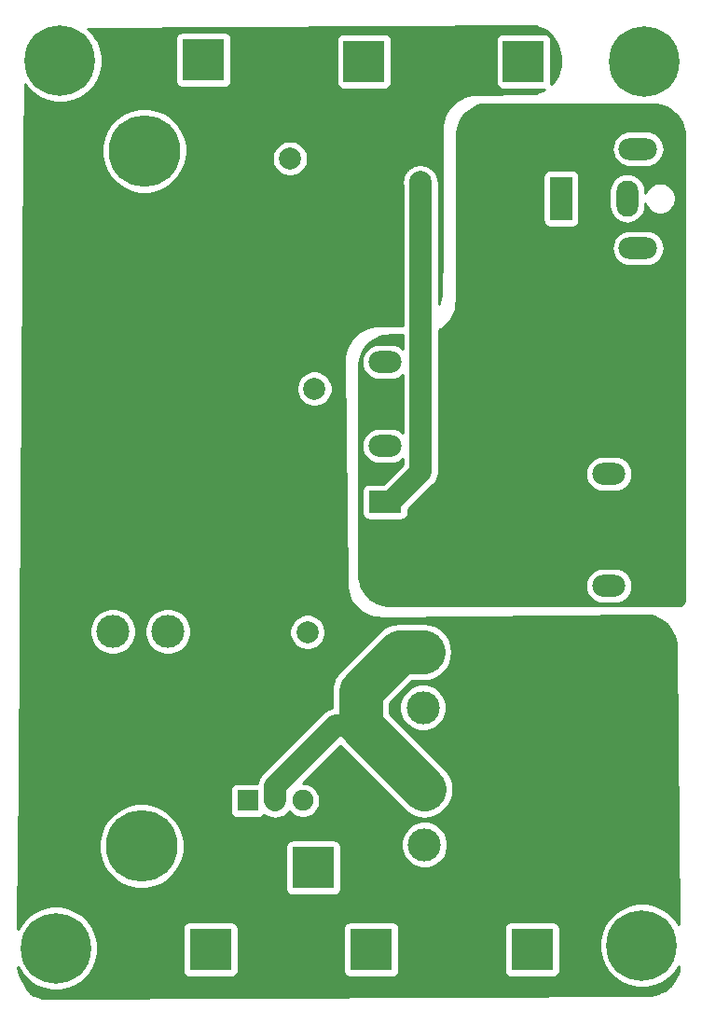
<source format=gbr>
G04 #@! TF.GenerationSoftware,KiCad,Pcbnew,(5.1.0-0)*
G04 #@! TF.CreationDate,2019-05-08T18:24:01-07:00*
G04 #@! TF.ProjectId,power board,706f7765-7220-4626-9f61-72642e6b6963,rev?*
G04 #@! TF.SameCoordinates,Original*
G04 #@! TF.FileFunction,Copper,L2,Bot*
G04 #@! TF.FilePolarity,Positive*
%FSLAX46Y46*%
G04 Gerber Fmt 4.6, Leading zero omitted, Abs format (unit mm)*
G04 Created by KiCad (PCBNEW (5.1.0-0)) date 2019-05-08 18:24:01*
%MOMM*%
%LPD*%
G04 APERTURE LIST*
%ADD10C,3.000000*%
%ADD11C,1.900000*%
%ADD12R,1.900000X1.900000*%
%ADD13O,3.500000X2.000000*%
%ADD14O,2.000000X3.300000*%
%ADD15R,2.000000X4.000000*%
%ADD16C,0.800000*%
%ADD17C,6.400000*%
%ADD18C,2.000000*%
%ADD19R,2.000000X2.000000*%
%ADD20C,6.500000*%
%ADD21O,3.000000X2.000000*%
%ADD22R,3.000000X2.000000*%
%ADD23C,4.000000*%
%ADD24R,3.800000X3.800000*%
%ADD25C,2.000000*%
%ADD26C,4.000000*%
%ADD27C,0.254000*%
G04 APERTURE END LIST*
D10*
X59309000Y-91744800D03*
X59309000Y-96774000D03*
X59436000Y-104190800D03*
X59436000Y-109220000D03*
D11*
X48387000Y-105219500D03*
X45887000Y-105219500D03*
D12*
X43387000Y-105219500D03*
D13*
X78851000Y-46046000D03*
X78851000Y-55046000D03*
D14*
X77851000Y-50546000D03*
D15*
X71851000Y-50546000D03*
D16*
X81135556Y-36466444D03*
X79438500Y-35763500D03*
X77741444Y-36466444D03*
X77038500Y-38163500D03*
X77741444Y-39860556D03*
X79438500Y-40563500D03*
X81135556Y-39860556D03*
X81838500Y-38163500D03*
D17*
X79438500Y-38163500D03*
D16*
X27668556Y-116920944D03*
X25971500Y-116218000D03*
X24274444Y-116920944D03*
X23571500Y-118618000D03*
X24274444Y-120315056D03*
X25971500Y-121018000D03*
X27668556Y-120315056D03*
X28371500Y-118618000D03*
D17*
X25971500Y-118618000D03*
D16*
X28049556Y-36339444D03*
X26352500Y-35636500D03*
X24655444Y-36339444D03*
X23952500Y-38036500D03*
X24655444Y-39733556D03*
X26352500Y-40436500D03*
X28049556Y-39733556D03*
X28752500Y-38036500D03*
D17*
X26352500Y-38036500D03*
D16*
X80881556Y-116666944D03*
X79184500Y-115964000D03*
X77487444Y-116666944D03*
X76784500Y-118364000D03*
X77487444Y-120061056D03*
X79184500Y-120764000D03*
X80881556Y-120061056D03*
X81584500Y-118364000D03*
D17*
X79184500Y-118364000D03*
D18*
X47227500Y-46926500D03*
D19*
X42227500Y-46926500D03*
D10*
X36131500Y-89857000D03*
X31131500Y-89857000D03*
X31131500Y-67857000D03*
X36131500Y-67857000D03*
D20*
X27051000Y-46228000D03*
X34001000Y-46228000D03*
D21*
X55880000Y-65405000D03*
X76200000Y-75565000D03*
D22*
X55880000Y-78105000D03*
D21*
X55880000Y-73025000D03*
X76200000Y-85725000D03*
X76200000Y-65405000D03*
D20*
X26797000Y-109347000D03*
X33747000Y-109347000D03*
D23*
X63436500Y-38100000D03*
D24*
X68436500Y-38100000D03*
D23*
X44339500Y-111315500D03*
D24*
X49339500Y-111315500D03*
D23*
X49610000Y-118745000D03*
D24*
X54610000Y-118745000D03*
D23*
X34370000Y-37973000D03*
D24*
X39370000Y-37973000D03*
D23*
X64215000Y-118745000D03*
D24*
X69215000Y-118745000D03*
D23*
X35005000Y-118745000D03*
D24*
X40005000Y-118745000D03*
D23*
X48958500Y-38100000D03*
D24*
X53958500Y-38100000D03*
D18*
X48815000Y-89916000D03*
D19*
X43815000Y-89916000D03*
D18*
X49450000Y-67818000D03*
D19*
X44450000Y-67818000D03*
D18*
X59055000Y-49085500D03*
D25*
X56380000Y-78105000D02*
X59118500Y-75366500D01*
X55880000Y-78105000D02*
X56380000Y-78105000D01*
X59118500Y-49149000D02*
X59055000Y-49085500D01*
X59118500Y-75366500D02*
X59118500Y-49149000D01*
D26*
X59436000Y-104190800D02*
X53657500Y-98412300D01*
X57187680Y-91744800D02*
X59309000Y-91744800D01*
X53657500Y-95274980D02*
X57187680Y-91744800D01*
X53657500Y-98412300D02*
X53657500Y-95274980D01*
D25*
X51350698Y-98412300D02*
X45887000Y-103875998D01*
X45887000Y-103875998D02*
X45887000Y-105219500D01*
X53657500Y-98412300D02*
X51350698Y-98412300D01*
D27*
G36*
X80190140Y-42027925D02*
G01*
X80514681Y-42047102D01*
X80831530Y-42101820D01*
X81140283Y-42191603D01*
X81437058Y-42315322D01*
X81718158Y-42471435D01*
X81980049Y-42657983D01*
X82219455Y-42872629D01*
X82433367Y-43112675D01*
X82619124Y-43375138D01*
X82774380Y-43656697D01*
X82897204Y-43953859D01*
X82986049Y-44262876D01*
X83039807Y-44579894D01*
X83058000Y-44904480D01*
X83058000Y-86986672D01*
X83039631Y-87126197D01*
X82988990Y-87248454D01*
X82908436Y-87353436D01*
X82803454Y-87433990D01*
X82681197Y-87484631D01*
X82541672Y-87503000D01*
X56343560Y-87503000D01*
X56018354Y-87484737D01*
X55700734Y-87430772D01*
X55391182Y-87341591D01*
X55093532Y-87218300D01*
X54811579Y-87062471D01*
X54548844Y-86876049D01*
X54308624Y-86661376D01*
X54093951Y-86421156D01*
X53907529Y-86158421D01*
X53751700Y-85876468D01*
X53688960Y-85725000D01*
X74057089Y-85725000D01*
X74088657Y-86045516D01*
X74182148Y-86353715D01*
X74333969Y-86637752D01*
X74538286Y-86886714D01*
X74787248Y-87091031D01*
X75071285Y-87242852D01*
X75379484Y-87336343D01*
X75619678Y-87360000D01*
X76780322Y-87360000D01*
X77020516Y-87336343D01*
X77328715Y-87242852D01*
X77612752Y-87091031D01*
X77861714Y-86886714D01*
X78066031Y-86637752D01*
X78217852Y-86353715D01*
X78311343Y-86045516D01*
X78342911Y-85725000D01*
X78311343Y-85404484D01*
X78217852Y-85096285D01*
X78066031Y-84812248D01*
X77861714Y-84563286D01*
X77612752Y-84358969D01*
X77328715Y-84207148D01*
X77020516Y-84113657D01*
X76780322Y-84090000D01*
X75619678Y-84090000D01*
X75379484Y-84113657D01*
X75071285Y-84207148D01*
X74787248Y-84358969D01*
X74538286Y-84563286D01*
X74333969Y-84812248D01*
X74182148Y-85096285D01*
X74088657Y-85404484D01*
X74057089Y-85725000D01*
X53688960Y-85725000D01*
X53628409Y-85578818D01*
X53539228Y-85269266D01*
X53485263Y-84951646D01*
X53467000Y-84626440D01*
X53467000Y-65847194D01*
X53485098Y-65523456D01*
X53538576Y-65207243D01*
X53626961Y-64898973D01*
X53749156Y-64602472D01*
X53903639Y-64321434D01*
X54088480Y-64059370D01*
X54301379Y-63819539D01*
X54539683Y-63604933D01*
X54800432Y-63418216D01*
X55080342Y-63261739D01*
X55375977Y-63137424D01*
X55683608Y-63046839D01*
X55999419Y-62991106D01*
X56323019Y-62970696D01*
X57483500Y-62962407D01*
X57483500Y-64195512D01*
X57292752Y-64038969D01*
X57008715Y-63887148D01*
X56700516Y-63793657D01*
X56460322Y-63770000D01*
X55299678Y-63770000D01*
X55059484Y-63793657D01*
X54751285Y-63887148D01*
X54467248Y-64038969D01*
X54218286Y-64243286D01*
X54013969Y-64492248D01*
X53862148Y-64776285D01*
X53768657Y-65084484D01*
X53737089Y-65405000D01*
X53768657Y-65725516D01*
X53862148Y-66033715D01*
X54013969Y-66317752D01*
X54218286Y-66566714D01*
X54467248Y-66771031D01*
X54751285Y-66922852D01*
X55059484Y-67016343D01*
X55299678Y-67040000D01*
X56460322Y-67040000D01*
X56700516Y-67016343D01*
X57008715Y-66922852D01*
X57292752Y-66771031D01*
X57483500Y-66614489D01*
X57483500Y-71815511D01*
X57292752Y-71658969D01*
X57008715Y-71507148D01*
X56700516Y-71413657D01*
X56460322Y-71390000D01*
X55299678Y-71390000D01*
X55059484Y-71413657D01*
X54751285Y-71507148D01*
X54467248Y-71658969D01*
X54218286Y-71863286D01*
X54013969Y-72112248D01*
X53862148Y-72396285D01*
X53768657Y-72704484D01*
X53737089Y-73025000D01*
X53768657Y-73345516D01*
X53862148Y-73653715D01*
X54013969Y-73937752D01*
X54218286Y-74186714D01*
X54467248Y-74391031D01*
X54751285Y-74542852D01*
X55059484Y-74636343D01*
X55299678Y-74660000D01*
X56460322Y-74660000D01*
X56700516Y-74636343D01*
X57008715Y-74542852D01*
X57292752Y-74391031D01*
X57483500Y-74234489D01*
X57483500Y-74689261D01*
X55705834Y-76466928D01*
X54380000Y-76466928D01*
X54255518Y-76479188D01*
X54135820Y-76515498D01*
X54025506Y-76574463D01*
X53928815Y-76653815D01*
X53849463Y-76750506D01*
X53790498Y-76860820D01*
X53754188Y-76980518D01*
X53741928Y-77105000D01*
X53741928Y-79105000D01*
X53754188Y-79229482D01*
X53790498Y-79349180D01*
X53849463Y-79459494D01*
X53928815Y-79556185D01*
X54025506Y-79635537D01*
X54135820Y-79694502D01*
X54255518Y-79730812D01*
X54380000Y-79743072D01*
X56330870Y-79743072D01*
X56380000Y-79747911D01*
X56429130Y-79743072D01*
X57380000Y-79743072D01*
X57504482Y-79730812D01*
X57624180Y-79694502D01*
X57734494Y-79635537D01*
X57831185Y-79556185D01*
X57910537Y-79459494D01*
X57969502Y-79349180D01*
X58005812Y-79229482D01*
X58018072Y-79105000D01*
X58018072Y-78779166D01*
X60217820Y-76579419D01*
X60280214Y-76528214D01*
X60484531Y-76279252D01*
X60636352Y-75995215D01*
X60729843Y-75687016D01*
X60741860Y-75565000D01*
X74057089Y-75565000D01*
X74088657Y-75885516D01*
X74182148Y-76193715D01*
X74333969Y-76477752D01*
X74538286Y-76726714D01*
X74787248Y-76931031D01*
X75071285Y-77082852D01*
X75379484Y-77176343D01*
X75619678Y-77200000D01*
X76780322Y-77200000D01*
X77020516Y-77176343D01*
X77328715Y-77082852D01*
X77612752Y-76931031D01*
X77861714Y-76726714D01*
X78066031Y-76477752D01*
X78217852Y-76193715D01*
X78311343Y-75885516D01*
X78342911Y-75565000D01*
X78311343Y-75244484D01*
X78217852Y-74936285D01*
X78066031Y-74652248D01*
X77861714Y-74403286D01*
X77612752Y-74198969D01*
X77328715Y-74047148D01*
X77020516Y-73953657D01*
X76780322Y-73930000D01*
X75619678Y-73930000D01*
X75379484Y-73953657D01*
X75071285Y-74047148D01*
X74787248Y-74198969D01*
X74538286Y-74403286D01*
X74333969Y-74652248D01*
X74182148Y-74936285D01*
X74088657Y-75244484D01*
X74057089Y-75565000D01*
X60741860Y-75565000D01*
X60753500Y-75446822D01*
X60753500Y-75446821D01*
X60761411Y-75366500D01*
X60753500Y-75286178D01*
X60753500Y-62548260D01*
X60899713Y-62466523D01*
X60911683Y-62458926D01*
X61183967Y-62263950D01*
X61195015Y-62255065D01*
X61443871Y-62030955D01*
X61453860Y-62020894D01*
X61676186Y-61770444D01*
X61684991Y-61759333D01*
X61878018Y-61485663D01*
X61885530Y-61473640D01*
X62046851Y-61180162D01*
X62052976Y-61167376D01*
X62180582Y-60857745D01*
X62185244Y-60844356D01*
X62277544Y-60522432D01*
X62280685Y-60508608D01*
X62336530Y-60178402D01*
X62338110Y-60164312D01*
X62356802Y-59829940D01*
X62357000Y-59822852D01*
X62357000Y-55046000D01*
X76458089Y-55046000D01*
X76489657Y-55366516D01*
X76583148Y-55674715D01*
X76734969Y-55958752D01*
X76939286Y-56207714D01*
X77188248Y-56412031D01*
X77472285Y-56563852D01*
X77780484Y-56657343D01*
X78020678Y-56681000D01*
X79681322Y-56681000D01*
X79921516Y-56657343D01*
X80229715Y-56563852D01*
X80513752Y-56412031D01*
X80762714Y-56207714D01*
X80967031Y-55958752D01*
X81118852Y-55674715D01*
X81212343Y-55366516D01*
X81243911Y-55046000D01*
X81212343Y-54725484D01*
X81118852Y-54417285D01*
X80967031Y-54133248D01*
X80762714Y-53884286D01*
X80513752Y-53679969D01*
X80229715Y-53528148D01*
X79921516Y-53434657D01*
X79681322Y-53411000D01*
X78020678Y-53411000D01*
X77780484Y-53434657D01*
X77472285Y-53528148D01*
X77188248Y-53679969D01*
X76939286Y-53884286D01*
X76734969Y-54133248D01*
X76583148Y-54417285D01*
X76489657Y-54725484D01*
X76458089Y-55046000D01*
X62357000Y-55046000D01*
X62357000Y-48546000D01*
X70212928Y-48546000D01*
X70212928Y-52546000D01*
X70225188Y-52670482D01*
X70261498Y-52790180D01*
X70320463Y-52900494D01*
X70399815Y-52997185D01*
X70496506Y-53076537D01*
X70606820Y-53135502D01*
X70726518Y-53171812D01*
X70851000Y-53184072D01*
X72851000Y-53184072D01*
X72975482Y-53171812D01*
X73095180Y-53135502D01*
X73205494Y-53076537D01*
X73302185Y-52997185D01*
X73381537Y-52900494D01*
X73440502Y-52790180D01*
X73476812Y-52670482D01*
X73489072Y-52546000D01*
X73489072Y-49815679D01*
X76216000Y-49815679D01*
X76216000Y-51276322D01*
X76239657Y-51516516D01*
X76333149Y-51824715D01*
X76484970Y-52108752D01*
X76689287Y-52357714D01*
X76938249Y-52562031D01*
X77222286Y-52713852D01*
X77530485Y-52807343D01*
X77851000Y-52838911D01*
X78171516Y-52807343D01*
X78479715Y-52713852D01*
X78763752Y-52562031D01*
X79012714Y-52357714D01*
X79217031Y-52108752D01*
X79368852Y-51824715D01*
X79462343Y-51516516D01*
X79486000Y-51276322D01*
X79486000Y-51000432D01*
X79579320Y-51225727D01*
X79736363Y-51460759D01*
X79936241Y-51660637D01*
X80171273Y-51817680D01*
X80432426Y-51925853D01*
X80709665Y-51981000D01*
X80992335Y-51981000D01*
X81269574Y-51925853D01*
X81530727Y-51817680D01*
X81765759Y-51660637D01*
X81965637Y-51460759D01*
X82122680Y-51225727D01*
X82230853Y-50964574D01*
X82286000Y-50687335D01*
X82286000Y-50404665D01*
X82230853Y-50127426D01*
X82122680Y-49866273D01*
X81965637Y-49631241D01*
X81765759Y-49431363D01*
X81530727Y-49274320D01*
X81269574Y-49166147D01*
X80992335Y-49111000D01*
X80709665Y-49111000D01*
X80432426Y-49166147D01*
X80171273Y-49274320D01*
X79936241Y-49431363D01*
X79736363Y-49631241D01*
X79579320Y-49866273D01*
X79486000Y-50091568D01*
X79486000Y-49815678D01*
X79462343Y-49575484D01*
X79368852Y-49267285D01*
X79217031Y-48983248D01*
X79012714Y-48734286D01*
X78763751Y-48529969D01*
X78479714Y-48378148D01*
X78171515Y-48284657D01*
X77851000Y-48253089D01*
X77530484Y-48284657D01*
X77222285Y-48378148D01*
X76938248Y-48529969D01*
X76689286Y-48734286D01*
X76484969Y-48983249D01*
X76333148Y-49267286D01*
X76239657Y-49575485D01*
X76216000Y-49815679D01*
X73489072Y-49815679D01*
X73489072Y-48546000D01*
X73476812Y-48421518D01*
X73440502Y-48301820D01*
X73381537Y-48191506D01*
X73302185Y-48094815D01*
X73205494Y-48015463D01*
X73095180Y-47956498D01*
X72975482Y-47920188D01*
X72851000Y-47907928D01*
X70851000Y-47907928D01*
X70726518Y-47920188D01*
X70606820Y-47956498D01*
X70496506Y-48015463D01*
X70399815Y-48094815D01*
X70320463Y-48191506D01*
X70261498Y-48301820D01*
X70225188Y-48421518D01*
X70212928Y-48546000D01*
X62357000Y-48546000D01*
X62357000Y-46046000D01*
X76458089Y-46046000D01*
X76489657Y-46366516D01*
X76583148Y-46674715D01*
X76734969Y-46958752D01*
X76939286Y-47207714D01*
X77188248Y-47412031D01*
X77472285Y-47563852D01*
X77780484Y-47657343D01*
X78020678Y-47681000D01*
X79681322Y-47681000D01*
X79921516Y-47657343D01*
X80229715Y-47563852D01*
X80513752Y-47412031D01*
X80762714Y-47207714D01*
X80967031Y-46958752D01*
X81118852Y-46674715D01*
X81212343Y-46366516D01*
X81243911Y-46046000D01*
X81212343Y-45725484D01*
X81118852Y-45417285D01*
X80967031Y-45133248D01*
X80762714Y-44884286D01*
X80513752Y-44679969D01*
X80229715Y-44528148D01*
X79921516Y-44434657D01*
X79681322Y-44411000D01*
X78020678Y-44411000D01*
X77780484Y-44434657D01*
X77472285Y-44528148D01*
X77188248Y-44679969D01*
X76939286Y-44884286D01*
X76734969Y-45133248D01*
X76583148Y-45417285D01*
X76489657Y-45725484D01*
X76458089Y-46046000D01*
X62357000Y-46046000D01*
X62357000Y-44859168D01*
X62375333Y-44533342D01*
X62429505Y-44215136D01*
X62519031Y-43905017D01*
X62642778Y-43606903D01*
X62799185Y-43324555D01*
X62986289Y-43061522D01*
X63201701Y-42821156D01*
X63442731Y-42606462D01*
X63706322Y-42420162D01*
X63989141Y-42264612D01*
X64287633Y-42141767D01*
X64598019Y-42053182D01*
X64916388Y-41999975D01*
X65242276Y-41982628D01*
X80190140Y-42027925D01*
X80190140Y-42027925D01*
G37*
X80190140Y-42027925D02*
X80514681Y-42047102D01*
X80831530Y-42101820D01*
X81140283Y-42191603D01*
X81437058Y-42315322D01*
X81718158Y-42471435D01*
X81980049Y-42657983D01*
X82219455Y-42872629D01*
X82433367Y-43112675D01*
X82619124Y-43375138D01*
X82774380Y-43656697D01*
X82897204Y-43953859D01*
X82986049Y-44262876D01*
X83039807Y-44579894D01*
X83058000Y-44904480D01*
X83058000Y-86986672D01*
X83039631Y-87126197D01*
X82988990Y-87248454D01*
X82908436Y-87353436D01*
X82803454Y-87433990D01*
X82681197Y-87484631D01*
X82541672Y-87503000D01*
X56343560Y-87503000D01*
X56018354Y-87484737D01*
X55700734Y-87430772D01*
X55391182Y-87341591D01*
X55093532Y-87218300D01*
X54811579Y-87062471D01*
X54548844Y-86876049D01*
X54308624Y-86661376D01*
X54093951Y-86421156D01*
X53907529Y-86158421D01*
X53751700Y-85876468D01*
X53688960Y-85725000D01*
X74057089Y-85725000D01*
X74088657Y-86045516D01*
X74182148Y-86353715D01*
X74333969Y-86637752D01*
X74538286Y-86886714D01*
X74787248Y-87091031D01*
X75071285Y-87242852D01*
X75379484Y-87336343D01*
X75619678Y-87360000D01*
X76780322Y-87360000D01*
X77020516Y-87336343D01*
X77328715Y-87242852D01*
X77612752Y-87091031D01*
X77861714Y-86886714D01*
X78066031Y-86637752D01*
X78217852Y-86353715D01*
X78311343Y-86045516D01*
X78342911Y-85725000D01*
X78311343Y-85404484D01*
X78217852Y-85096285D01*
X78066031Y-84812248D01*
X77861714Y-84563286D01*
X77612752Y-84358969D01*
X77328715Y-84207148D01*
X77020516Y-84113657D01*
X76780322Y-84090000D01*
X75619678Y-84090000D01*
X75379484Y-84113657D01*
X75071285Y-84207148D01*
X74787248Y-84358969D01*
X74538286Y-84563286D01*
X74333969Y-84812248D01*
X74182148Y-85096285D01*
X74088657Y-85404484D01*
X74057089Y-85725000D01*
X53688960Y-85725000D01*
X53628409Y-85578818D01*
X53539228Y-85269266D01*
X53485263Y-84951646D01*
X53467000Y-84626440D01*
X53467000Y-65847194D01*
X53485098Y-65523456D01*
X53538576Y-65207243D01*
X53626961Y-64898973D01*
X53749156Y-64602472D01*
X53903639Y-64321434D01*
X54088480Y-64059370D01*
X54301379Y-63819539D01*
X54539683Y-63604933D01*
X54800432Y-63418216D01*
X55080342Y-63261739D01*
X55375977Y-63137424D01*
X55683608Y-63046839D01*
X55999419Y-62991106D01*
X56323019Y-62970696D01*
X57483500Y-62962407D01*
X57483500Y-64195512D01*
X57292752Y-64038969D01*
X57008715Y-63887148D01*
X56700516Y-63793657D01*
X56460322Y-63770000D01*
X55299678Y-63770000D01*
X55059484Y-63793657D01*
X54751285Y-63887148D01*
X54467248Y-64038969D01*
X54218286Y-64243286D01*
X54013969Y-64492248D01*
X53862148Y-64776285D01*
X53768657Y-65084484D01*
X53737089Y-65405000D01*
X53768657Y-65725516D01*
X53862148Y-66033715D01*
X54013969Y-66317752D01*
X54218286Y-66566714D01*
X54467248Y-66771031D01*
X54751285Y-66922852D01*
X55059484Y-67016343D01*
X55299678Y-67040000D01*
X56460322Y-67040000D01*
X56700516Y-67016343D01*
X57008715Y-66922852D01*
X57292752Y-66771031D01*
X57483500Y-66614489D01*
X57483500Y-71815511D01*
X57292752Y-71658969D01*
X57008715Y-71507148D01*
X56700516Y-71413657D01*
X56460322Y-71390000D01*
X55299678Y-71390000D01*
X55059484Y-71413657D01*
X54751285Y-71507148D01*
X54467248Y-71658969D01*
X54218286Y-71863286D01*
X54013969Y-72112248D01*
X53862148Y-72396285D01*
X53768657Y-72704484D01*
X53737089Y-73025000D01*
X53768657Y-73345516D01*
X53862148Y-73653715D01*
X54013969Y-73937752D01*
X54218286Y-74186714D01*
X54467248Y-74391031D01*
X54751285Y-74542852D01*
X55059484Y-74636343D01*
X55299678Y-74660000D01*
X56460322Y-74660000D01*
X56700516Y-74636343D01*
X57008715Y-74542852D01*
X57292752Y-74391031D01*
X57483500Y-74234489D01*
X57483500Y-74689261D01*
X55705834Y-76466928D01*
X54380000Y-76466928D01*
X54255518Y-76479188D01*
X54135820Y-76515498D01*
X54025506Y-76574463D01*
X53928815Y-76653815D01*
X53849463Y-76750506D01*
X53790498Y-76860820D01*
X53754188Y-76980518D01*
X53741928Y-77105000D01*
X53741928Y-79105000D01*
X53754188Y-79229482D01*
X53790498Y-79349180D01*
X53849463Y-79459494D01*
X53928815Y-79556185D01*
X54025506Y-79635537D01*
X54135820Y-79694502D01*
X54255518Y-79730812D01*
X54380000Y-79743072D01*
X56330870Y-79743072D01*
X56380000Y-79747911D01*
X56429130Y-79743072D01*
X57380000Y-79743072D01*
X57504482Y-79730812D01*
X57624180Y-79694502D01*
X57734494Y-79635537D01*
X57831185Y-79556185D01*
X57910537Y-79459494D01*
X57969502Y-79349180D01*
X58005812Y-79229482D01*
X58018072Y-79105000D01*
X58018072Y-78779166D01*
X60217820Y-76579419D01*
X60280214Y-76528214D01*
X60484531Y-76279252D01*
X60636352Y-75995215D01*
X60729843Y-75687016D01*
X60741860Y-75565000D01*
X74057089Y-75565000D01*
X74088657Y-75885516D01*
X74182148Y-76193715D01*
X74333969Y-76477752D01*
X74538286Y-76726714D01*
X74787248Y-76931031D01*
X75071285Y-77082852D01*
X75379484Y-77176343D01*
X75619678Y-77200000D01*
X76780322Y-77200000D01*
X77020516Y-77176343D01*
X77328715Y-77082852D01*
X77612752Y-76931031D01*
X77861714Y-76726714D01*
X78066031Y-76477752D01*
X78217852Y-76193715D01*
X78311343Y-75885516D01*
X78342911Y-75565000D01*
X78311343Y-75244484D01*
X78217852Y-74936285D01*
X78066031Y-74652248D01*
X77861714Y-74403286D01*
X77612752Y-74198969D01*
X77328715Y-74047148D01*
X77020516Y-73953657D01*
X76780322Y-73930000D01*
X75619678Y-73930000D01*
X75379484Y-73953657D01*
X75071285Y-74047148D01*
X74787248Y-74198969D01*
X74538286Y-74403286D01*
X74333969Y-74652248D01*
X74182148Y-74936285D01*
X74088657Y-75244484D01*
X74057089Y-75565000D01*
X60741860Y-75565000D01*
X60753500Y-75446822D01*
X60753500Y-75446821D01*
X60761411Y-75366500D01*
X60753500Y-75286178D01*
X60753500Y-62548260D01*
X60899713Y-62466523D01*
X60911683Y-62458926D01*
X61183967Y-62263950D01*
X61195015Y-62255065D01*
X61443871Y-62030955D01*
X61453860Y-62020894D01*
X61676186Y-61770444D01*
X61684991Y-61759333D01*
X61878018Y-61485663D01*
X61885530Y-61473640D01*
X62046851Y-61180162D01*
X62052976Y-61167376D01*
X62180582Y-60857745D01*
X62185244Y-60844356D01*
X62277544Y-60522432D01*
X62280685Y-60508608D01*
X62336530Y-60178402D01*
X62338110Y-60164312D01*
X62356802Y-59829940D01*
X62357000Y-59822852D01*
X62357000Y-55046000D01*
X76458089Y-55046000D01*
X76489657Y-55366516D01*
X76583148Y-55674715D01*
X76734969Y-55958752D01*
X76939286Y-56207714D01*
X77188248Y-56412031D01*
X77472285Y-56563852D01*
X77780484Y-56657343D01*
X78020678Y-56681000D01*
X79681322Y-56681000D01*
X79921516Y-56657343D01*
X80229715Y-56563852D01*
X80513752Y-56412031D01*
X80762714Y-56207714D01*
X80967031Y-55958752D01*
X81118852Y-55674715D01*
X81212343Y-55366516D01*
X81243911Y-55046000D01*
X81212343Y-54725484D01*
X81118852Y-54417285D01*
X80967031Y-54133248D01*
X80762714Y-53884286D01*
X80513752Y-53679969D01*
X80229715Y-53528148D01*
X79921516Y-53434657D01*
X79681322Y-53411000D01*
X78020678Y-53411000D01*
X77780484Y-53434657D01*
X77472285Y-53528148D01*
X77188248Y-53679969D01*
X76939286Y-53884286D01*
X76734969Y-54133248D01*
X76583148Y-54417285D01*
X76489657Y-54725484D01*
X76458089Y-55046000D01*
X62357000Y-55046000D01*
X62357000Y-48546000D01*
X70212928Y-48546000D01*
X70212928Y-52546000D01*
X70225188Y-52670482D01*
X70261498Y-52790180D01*
X70320463Y-52900494D01*
X70399815Y-52997185D01*
X70496506Y-53076537D01*
X70606820Y-53135502D01*
X70726518Y-53171812D01*
X70851000Y-53184072D01*
X72851000Y-53184072D01*
X72975482Y-53171812D01*
X73095180Y-53135502D01*
X73205494Y-53076537D01*
X73302185Y-52997185D01*
X73381537Y-52900494D01*
X73440502Y-52790180D01*
X73476812Y-52670482D01*
X73489072Y-52546000D01*
X73489072Y-49815679D01*
X76216000Y-49815679D01*
X76216000Y-51276322D01*
X76239657Y-51516516D01*
X76333149Y-51824715D01*
X76484970Y-52108752D01*
X76689287Y-52357714D01*
X76938249Y-52562031D01*
X77222286Y-52713852D01*
X77530485Y-52807343D01*
X77851000Y-52838911D01*
X78171516Y-52807343D01*
X78479715Y-52713852D01*
X78763752Y-52562031D01*
X79012714Y-52357714D01*
X79217031Y-52108752D01*
X79368852Y-51824715D01*
X79462343Y-51516516D01*
X79486000Y-51276322D01*
X79486000Y-51000432D01*
X79579320Y-51225727D01*
X79736363Y-51460759D01*
X79936241Y-51660637D01*
X80171273Y-51817680D01*
X80432426Y-51925853D01*
X80709665Y-51981000D01*
X80992335Y-51981000D01*
X81269574Y-51925853D01*
X81530727Y-51817680D01*
X81765759Y-51660637D01*
X81965637Y-51460759D01*
X82122680Y-51225727D01*
X82230853Y-50964574D01*
X82286000Y-50687335D01*
X82286000Y-50404665D01*
X82230853Y-50127426D01*
X82122680Y-49866273D01*
X81965637Y-49631241D01*
X81765759Y-49431363D01*
X81530727Y-49274320D01*
X81269574Y-49166147D01*
X80992335Y-49111000D01*
X80709665Y-49111000D01*
X80432426Y-49166147D01*
X80171273Y-49274320D01*
X79936241Y-49431363D01*
X79736363Y-49631241D01*
X79579320Y-49866273D01*
X79486000Y-50091568D01*
X79486000Y-49815678D01*
X79462343Y-49575484D01*
X79368852Y-49267285D01*
X79217031Y-48983248D01*
X79012714Y-48734286D01*
X78763751Y-48529969D01*
X78479714Y-48378148D01*
X78171515Y-48284657D01*
X77851000Y-48253089D01*
X77530484Y-48284657D01*
X77222285Y-48378148D01*
X76938248Y-48529969D01*
X76689286Y-48734286D01*
X76484969Y-48983249D01*
X76333148Y-49267286D01*
X76239657Y-49575485D01*
X76216000Y-49815679D01*
X73489072Y-49815679D01*
X73489072Y-48546000D01*
X73476812Y-48421518D01*
X73440502Y-48301820D01*
X73381537Y-48191506D01*
X73302185Y-48094815D01*
X73205494Y-48015463D01*
X73095180Y-47956498D01*
X72975482Y-47920188D01*
X72851000Y-47907928D01*
X70851000Y-47907928D01*
X70726518Y-47920188D01*
X70606820Y-47956498D01*
X70496506Y-48015463D01*
X70399815Y-48094815D01*
X70320463Y-48191506D01*
X70261498Y-48301820D01*
X70225188Y-48421518D01*
X70212928Y-48546000D01*
X62357000Y-48546000D01*
X62357000Y-46046000D01*
X76458089Y-46046000D01*
X76489657Y-46366516D01*
X76583148Y-46674715D01*
X76734969Y-46958752D01*
X76939286Y-47207714D01*
X77188248Y-47412031D01*
X77472285Y-47563852D01*
X77780484Y-47657343D01*
X78020678Y-47681000D01*
X79681322Y-47681000D01*
X79921516Y-47657343D01*
X80229715Y-47563852D01*
X80513752Y-47412031D01*
X80762714Y-47207714D01*
X80967031Y-46958752D01*
X81118852Y-46674715D01*
X81212343Y-46366516D01*
X81243911Y-46046000D01*
X81212343Y-45725484D01*
X81118852Y-45417285D01*
X80967031Y-45133248D01*
X80762714Y-44884286D01*
X80513752Y-44679969D01*
X80229715Y-44528148D01*
X79921516Y-44434657D01*
X79681322Y-44411000D01*
X78020678Y-44411000D01*
X77780484Y-44434657D01*
X77472285Y-44528148D01*
X77188248Y-44679969D01*
X76939286Y-44884286D01*
X76734969Y-45133248D01*
X76583148Y-45417285D01*
X76489657Y-45725484D01*
X76458089Y-46046000D01*
X62357000Y-46046000D01*
X62357000Y-44859168D01*
X62375333Y-44533342D01*
X62429505Y-44215136D01*
X62519031Y-43905017D01*
X62642778Y-43606903D01*
X62799185Y-43324555D01*
X62986289Y-43061522D01*
X63201701Y-42821156D01*
X63442731Y-42606462D01*
X63706322Y-42420162D01*
X63989141Y-42264612D01*
X64287633Y-42141767D01*
X64598019Y-42053182D01*
X64916388Y-41999975D01*
X65242276Y-41982628D01*
X80190140Y-42027925D01*
G36*
X69202893Y-34889757D02*
G01*
X69541676Y-34949089D01*
X69870934Y-35048480D01*
X70185970Y-35186517D01*
X70482240Y-35361206D01*
X70755514Y-35570055D01*
X71001868Y-35810062D01*
X71217775Y-36077794D01*
X71400138Y-36369412D01*
X71546341Y-36680727D01*
X71654292Y-37007285D01*
X71722442Y-37344411D01*
X71750118Y-37691057D01*
X71758491Y-38114495D01*
X71746450Y-38442258D01*
X71698067Y-38763037D01*
X71613827Y-39076319D01*
X71494812Y-39378084D01*
X71342526Y-39664524D01*
X71158917Y-39931969D01*
X70946406Y-40176918D01*
X70962312Y-40124482D01*
X70974572Y-40000000D01*
X70974572Y-36200000D01*
X70962312Y-36075518D01*
X70926002Y-35955820D01*
X70867037Y-35845506D01*
X70787685Y-35748815D01*
X70690994Y-35669463D01*
X70580680Y-35610498D01*
X70460982Y-35574188D01*
X70336500Y-35561928D01*
X66536500Y-35561928D01*
X66412018Y-35574188D01*
X66292320Y-35610498D01*
X66182006Y-35669463D01*
X66085315Y-35748815D01*
X66005963Y-35845506D01*
X65946998Y-35955820D01*
X65910688Y-36075518D01*
X65898428Y-36200000D01*
X65898428Y-40000000D01*
X65910688Y-40124482D01*
X65946998Y-40244180D01*
X66005963Y-40354494D01*
X66085315Y-40451185D01*
X66182006Y-40530537D01*
X66292320Y-40589502D01*
X66412018Y-40625812D01*
X66536500Y-40638072D01*
X70336500Y-40638072D01*
X70361079Y-40635651D01*
X70163423Y-40748099D01*
X69865173Y-40875697D01*
X69554443Y-40968856D01*
X69235175Y-41026391D01*
X68907887Y-41047798D01*
X64119981Y-41090044D01*
X64112907Y-41090304D01*
X63779279Y-41111877D01*
X63765228Y-41113576D01*
X63436073Y-41172138D01*
X63422299Y-41175389D01*
X63101704Y-41270211D01*
X63088377Y-41274975D01*
X62780323Y-41404880D01*
X62767608Y-41411098D01*
X62475921Y-41574474D01*
X62463978Y-41582067D01*
X62192282Y-41776883D01*
X62181258Y-41785759D01*
X61932925Y-42009597D01*
X61922956Y-42019643D01*
X61701071Y-42269723D01*
X61692282Y-42280817D01*
X61499601Y-42554032D01*
X61492102Y-42566035D01*
X61331018Y-42858993D01*
X61324900Y-42871755D01*
X61197413Y-43180818D01*
X61192754Y-43194182D01*
X61100447Y-43515511D01*
X61097303Y-43529311D01*
X61041323Y-43858915D01*
X61039734Y-43872979D01*
X61020777Y-44206765D01*
X61020573Y-44213841D01*
X61009633Y-55315837D01*
X61008666Y-55388384D01*
X60908208Y-59299991D01*
X60878881Y-59643757D01*
X60809760Y-59977939D01*
X60753500Y-60146122D01*
X60753500Y-49229330D01*
X60761412Y-49149000D01*
X60729843Y-48828484D01*
X60636352Y-48520285D01*
X60484531Y-48236248D01*
X60280214Y-47987286D01*
X60217819Y-47936080D01*
X60097252Y-47815513D01*
X60030137Y-47770668D01*
X59967752Y-47719470D01*
X59896576Y-47681426D01*
X59829463Y-47636582D01*
X59754892Y-47605694D01*
X59683714Y-47567648D01*
X59606483Y-47544221D01*
X59531912Y-47513332D01*
X59452743Y-47497584D01*
X59375516Y-47474158D01*
X59295201Y-47466247D01*
X59216033Y-47450500D01*
X59135319Y-47450500D01*
X59055000Y-47442589D01*
X58974681Y-47450500D01*
X58893967Y-47450500D01*
X58814799Y-47466247D01*
X58734484Y-47474158D01*
X58657257Y-47497584D01*
X58578088Y-47513332D01*
X58503517Y-47544221D01*
X58426286Y-47567648D01*
X58355108Y-47605694D01*
X58280537Y-47636582D01*
X58213424Y-47681426D01*
X58142248Y-47719470D01*
X58079862Y-47770669D01*
X58012748Y-47815513D01*
X57955672Y-47872589D01*
X57893287Y-47923787D01*
X57842089Y-47986172D01*
X57785013Y-48043248D01*
X57740169Y-48110362D01*
X57688970Y-48172748D01*
X57650926Y-48243924D01*
X57606082Y-48311037D01*
X57575194Y-48385608D01*
X57537148Y-48456786D01*
X57513721Y-48534017D01*
X57482832Y-48608588D01*
X57467084Y-48687757D01*
X57443658Y-48764984D01*
X57435747Y-48845299D01*
X57420000Y-48924467D01*
X57420000Y-49005181D01*
X57412089Y-49085500D01*
X57420000Y-49165819D01*
X57420000Y-49246533D01*
X57435747Y-49325701D01*
X57443658Y-49406016D01*
X57467084Y-49483243D01*
X57482832Y-49562412D01*
X57483501Y-49564027D01*
X57483500Y-62103000D01*
X55277287Y-62103000D01*
X55270120Y-62103202D01*
X54932059Y-62122310D01*
X54917816Y-62123926D01*
X54584062Y-62181008D01*
X54570092Y-62184218D01*
X54244896Y-62278546D01*
X54231377Y-62283309D01*
X53918882Y-62413681D01*
X53905985Y-62419938D01*
X53610171Y-62584694D01*
X53598062Y-62592365D01*
X53322699Y-62789406D01*
X53311531Y-62798391D01*
X53060125Y-63025207D01*
X53050041Y-63035395D01*
X52825796Y-63289096D01*
X52816925Y-63300354D01*
X52622697Y-63577708D01*
X52615150Y-63589895D01*
X52453414Y-63887370D01*
X52447289Y-63900329D01*
X52320104Y-64214135D01*
X52315478Y-64227702D01*
X52224464Y-64553841D01*
X52221396Y-64567844D01*
X52167715Y-64902162D01*
X52166245Y-64916420D01*
X52150578Y-65254658D01*
X52150449Y-65261827D01*
X52356959Y-85550819D01*
X52357231Y-85557939D01*
X52379524Y-85893721D01*
X52381264Y-85907861D01*
X52441024Y-86239033D01*
X52444336Y-86252888D01*
X52540810Y-86575284D01*
X52545653Y-86588682D01*
X52677627Y-86898245D01*
X52683940Y-86911016D01*
X52849754Y-87203851D01*
X52857458Y-87215834D01*
X53055026Y-87488255D01*
X53064023Y-87499300D01*
X53290858Y-87747881D01*
X53301036Y-87757850D01*
X53554284Y-87979461D01*
X53565514Y-87988226D01*
X53841989Y-88180081D01*
X53854130Y-88187534D01*
X54150352Y-88347217D01*
X54163252Y-88353263D01*
X54475495Y-88478765D01*
X54488990Y-88483328D01*
X54813324Y-88573071D01*
X54827246Y-88576094D01*
X55159591Y-88628947D01*
X55173763Y-88630392D01*
X55509936Y-88645691D01*
X55517061Y-88645815D01*
X79357235Y-88392196D01*
X79682641Y-88407001D01*
X80000821Y-88457588D01*
X80311333Y-88543483D01*
X80610274Y-88663605D01*
X80893886Y-88816445D01*
X81158597Y-89000077D01*
X81401092Y-89212202D01*
X81618303Y-89450137D01*
X81807506Y-89710896D01*
X81966326Y-89991208D01*
X82092759Y-90287536D01*
X82185218Y-90596157D01*
X82242538Y-90913190D01*
X82264239Y-91238210D01*
X82530792Y-116469261D01*
X82163339Y-115919330D01*
X81629170Y-115385161D01*
X81001054Y-114965467D01*
X80303128Y-114676377D01*
X79562215Y-114529000D01*
X78806785Y-114529000D01*
X78065872Y-114676377D01*
X77367946Y-114965467D01*
X76739830Y-115385161D01*
X76205661Y-115919330D01*
X75785967Y-116547446D01*
X75496877Y-117245372D01*
X75349500Y-117986285D01*
X75349500Y-118741715D01*
X75496877Y-119482628D01*
X75785967Y-120180554D01*
X76205661Y-120808670D01*
X76739830Y-121342839D01*
X77367946Y-121762533D01*
X78065872Y-122051623D01*
X78806785Y-122199000D01*
X79562215Y-122199000D01*
X80303128Y-122051623D01*
X81001054Y-121762533D01*
X81629170Y-121342839D01*
X82163339Y-120808670D01*
X82555928Y-120221120D01*
X82552772Y-120290093D01*
X82501824Y-120609269D01*
X82415340Y-120920713D01*
X82294424Y-121220455D01*
X82140596Y-121504733D01*
X81955813Y-121769921D01*
X81742407Y-122012679D01*
X81503084Y-122229925D01*
X81240871Y-122418914D01*
X80959090Y-122577250D01*
X80661305Y-122702931D01*
X80351282Y-122794367D01*
X80032963Y-122850397D01*
X79706769Y-122870536D01*
X25405002Y-123162481D01*
X24684844Y-123093771D01*
X24096528Y-122921179D01*
X23950450Y-122844878D01*
X23706655Y-122670675D01*
X23489365Y-122464365D01*
X23302762Y-122229916D01*
X23148209Y-121968048D01*
X22833552Y-121338734D01*
X22700756Y-121029561D01*
X22605659Y-120710627D01*
X22548087Y-120382847D01*
X22547523Y-120373127D01*
X22572967Y-120434554D01*
X22992661Y-121062670D01*
X23526830Y-121596839D01*
X24154946Y-122016533D01*
X24852872Y-122305623D01*
X25593785Y-122453000D01*
X26349215Y-122453000D01*
X27090128Y-122305623D01*
X27788054Y-122016533D01*
X28416170Y-121596839D01*
X28950339Y-121062670D01*
X29370033Y-120434554D01*
X29659123Y-119736628D01*
X29806500Y-118995715D01*
X29806500Y-118240285D01*
X29659123Y-117499372D01*
X29388074Y-116845000D01*
X37466928Y-116845000D01*
X37466928Y-120645000D01*
X37479188Y-120769482D01*
X37515498Y-120889180D01*
X37574463Y-120999494D01*
X37653815Y-121096185D01*
X37750506Y-121175537D01*
X37860820Y-121234502D01*
X37980518Y-121270812D01*
X38105000Y-121283072D01*
X41905000Y-121283072D01*
X42029482Y-121270812D01*
X42149180Y-121234502D01*
X42259494Y-121175537D01*
X42356185Y-121096185D01*
X42435537Y-120999494D01*
X42494502Y-120889180D01*
X42530812Y-120769482D01*
X42543072Y-120645000D01*
X42543072Y-116845000D01*
X52071928Y-116845000D01*
X52071928Y-120645000D01*
X52084188Y-120769482D01*
X52120498Y-120889180D01*
X52179463Y-120999494D01*
X52258815Y-121096185D01*
X52355506Y-121175537D01*
X52465820Y-121234502D01*
X52585518Y-121270812D01*
X52710000Y-121283072D01*
X56510000Y-121283072D01*
X56634482Y-121270812D01*
X56754180Y-121234502D01*
X56864494Y-121175537D01*
X56961185Y-121096185D01*
X57040537Y-120999494D01*
X57099502Y-120889180D01*
X57135812Y-120769482D01*
X57148072Y-120645000D01*
X57148072Y-116845000D01*
X66676928Y-116845000D01*
X66676928Y-120645000D01*
X66689188Y-120769482D01*
X66725498Y-120889180D01*
X66784463Y-120999494D01*
X66863815Y-121096185D01*
X66960506Y-121175537D01*
X67070820Y-121234502D01*
X67190518Y-121270812D01*
X67315000Y-121283072D01*
X71115000Y-121283072D01*
X71239482Y-121270812D01*
X71359180Y-121234502D01*
X71469494Y-121175537D01*
X71566185Y-121096185D01*
X71645537Y-120999494D01*
X71704502Y-120889180D01*
X71740812Y-120769482D01*
X71753072Y-120645000D01*
X71753072Y-116845000D01*
X71740812Y-116720518D01*
X71704502Y-116600820D01*
X71645537Y-116490506D01*
X71566185Y-116393815D01*
X71469494Y-116314463D01*
X71359180Y-116255498D01*
X71239482Y-116219188D01*
X71115000Y-116206928D01*
X67315000Y-116206928D01*
X67190518Y-116219188D01*
X67070820Y-116255498D01*
X66960506Y-116314463D01*
X66863815Y-116393815D01*
X66784463Y-116490506D01*
X66725498Y-116600820D01*
X66689188Y-116720518D01*
X66676928Y-116845000D01*
X57148072Y-116845000D01*
X57135812Y-116720518D01*
X57099502Y-116600820D01*
X57040537Y-116490506D01*
X56961185Y-116393815D01*
X56864494Y-116314463D01*
X56754180Y-116255498D01*
X56634482Y-116219188D01*
X56510000Y-116206928D01*
X52710000Y-116206928D01*
X52585518Y-116219188D01*
X52465820Y-116255498D01*
X52355506Y-116314463D01*
X52258815Y-116393815D01*
X52179463Y-116490506D01*
X52120498Y-116600820D01*
X52084188Y-116720518D01*
X52071928Y-116845000D01*
X42543072Y-116845000D01*
X42530812Y-116720518D01*
X42494502Y-116600820D01*
X42435537Y-116490506D01*
X42356185Y-116393815D01*
X42259494Y-116314463D01*
X42149180Y-116255498D01*
X42029482Y-116219188D01*
X41905000Y-116206928D01*
X38105000Y-116206928D01*
X37980518Y-116219188D01*
X37860820Y-116255498D01*
X37750506Y-116314463D01*
X37653815Y-116393815D01*
X37574463Y-116490506D01*
X37515498Y-116600820D01*
X37479188Y-116720518D01*
X37466928Y-116845000D01*
X29388074Y-116845000D01*
X29370033Y-116801446D01*
X28950339Y-116173330D01*
X28416170Y-115639161D01*
X27788054Y-115219467D01*
X27090128Y-114930377D01*
X26349215Y-114783000D01*
X25593785Y-114783000D01*
X24852872Y-114930377D01*
X24154946Y-115219467D01*
X23526830Y-115639161D01*
X22992661Y-116173330D01*
X22572967Y-116801446D01*
X22544214Y-116870863D01*
X22606469Y-108964361D01*
X29862000Y-108964361D01*
X29862000Y-109729639D01*
X30011298Y-110480213D01*
X30304158Y-111187238D01*
X30729323Y-111823543D01*
X31270457Y-112364677D01*
X31906762Y-112789842D01*
X32613787Y-113082702D01*
X33364361Y-113232000D01*
X34129639Y-113232000D01*
X34880213Y-113082702D01*
X35587238Y-112789842D01*
X36223543Y-112364677D01*
X36764677Y-111823543D01*
X37189842Y-111187238D01*
X37482702Y-110480213D01*
X37632000Y-109729639D01*
X37632000Y-109415500D01*
X46801428Y-109415500D01*
X46801428Y-113215500D01*
X46813688Y-113339982D01*
X46849998Y-113459680D01*
X46908963Y-113569994D01*
X46988315Y-113666685D01*
X47085006Y-113746037D01*
X47195320Y-113805002D01*
X47315018Y-113841312D01*
X47439500Y-113853572D01*
X51239500Y-113853572D01*
X51363982Y-113841312D01*
X51483680Y-113805002D01*
X51593994Y-113746037D01*
X51690685Y-113666685D01*
X51770037Y-113569994D01*
X51829002Y-113459680D01*
X51865312Y-113339982D01*
X51877572Y-113215500D01*
X51877572Y-109415500D01*
X51865312Y-109291018D01*
X51829002Y-109171320D01*
X51770037Y-109061006D01*
X51727949Y-109009721D01*
X57301000Y-109009721D01*
X57301000Y-109430279D01*
X57383047Y-109842756D01*
X57543988Y-110231302D01*
X57777637Y-110580983D01*
X58075017Y-110878363D01*
X58424698Y-111112012D01*
X58813244Y-111272953D01*
X59225721Y-111355000D01*
X59646279Y-111355000D01*
X60058756Y-111272953D01*
X60447302Y-111112012D01*
X60796983Y-110878363D01*
X61094363Y-110580983D01*
X61328012Y-110231302D01*
X61488953Y-109842756D01*
X61571000Y-109430279D01*
X61571000Y-109009721D01*
X61488953Y-108597244D01*
X61328012Y-108208698D01*
X61094363Y-107859017D01*
X60796983Y-107561637D01*
X60447302Y-107327988D01*
X60058756Y-107167047D01*
X59646279Y-107085000D01*
X59225721Y-107085000D01*
X58813244Y-107167047D01*
X58424698Y-107327988D01*
X58075017Y-107561637D01*
X57777637Y-107859017D01*
X57543988Y-108208698D01*
X57383047Y-108597244D01*
X57301000Y-109009721D01*
X51727949Y-109009721D01*
X51690685Y-108964315D01*
X51593994Y-108884963D01*
X51483680Y-108825998D01*
X51363982Y-108789688D01*
X51239500Y-108777428D01*
X47439500Y-108777428D01*
X47315018Y-108789688D01*
X47195320Y-108825998D01*
X47085006Y-108884963D01*
X46988315Y-108964315D01*
X46908963Y-109061006D01*
X46849998Y-109171320D01*
X46813688Y-109291018D01*
X46801428Y-109415500D01*
X37632000Y-109415500D01*
X37632000Y-108964361D01*
X37482702Y-108213787D01*
X37189842Y-107506762D01*
X36764677Y-106870457D01*
X36223543Y-106329323D01*
X35587238Y-105904158D01*
X34880213Y-105611298D01*
X34129639Y-105462000D01*
X33364361Y-105462000D01*
X32613787Y-105611298D01*
X31906762Y-105904158D01*
X31270457Y-106329323D01*
X30729323Y-106870457D01*
X30304158Y-107506762D01*
X30011298Y-108213787D01*
X29862000Y-108964361D01*
X22606469Y-108964361D01*
X22643436Y-104269500D01*
X41798928Y-104269500D01*
X41798928Y-106169500D01*
X41811188Y-106293982D01*
X41847498Y-106413680D01*
X41906463Y-106523994D01*
X41985815Y-106620685D01*
X42082506Y-106700037D01*
X42192820Y-106759002D01*
X42312518Y-106795312D01*
X42437000Y-106807572D01*
X44337000Y-106807572D01*
X44461482Y-106795312D01*
X44581180Y-106759002D01*
X44691494Y-106700037D01*
X44788185Y-106620685D01*
X44867537Y-106523994D01*
X44877211Y-106505895D01*
X44974249Y-106585531D01*
X45258286Y-106737352D01*
X45566485Y-106830843D01*
X45887000Y-106862411D01*
X46207516Y-106830843D01*
X46515715Y-106737352D01*
X46799752Y-106585531D01*
X47048714Y-106381214D01*
X47165221Y-106239250D01*
X47376621Y-106450650D01*
X47636221Y-106624109D01*
X47924673Y-106743589D01*
X48230891Y-106804500D01*
X48543109Y-106804500D01*
X48849327Y-106743589D01*
X49137779Y-106624109D01*
X49397379Y-106450650D01*
X49618150Y-106229879D01*
X49791609Y-105970279D01*
X49911089Y-105681827D01*
X49972000Y-105375609D01*
X49972000Y-105063391D01*
X49911089Y-104757173D01*
X49791609Y-104468721D01*
X49618150Y-104209121D01*
X49397379Y-103988350D01*
X49137779Y-103814891D01*
X48849327Y-103695411D01*
X48543109Y-103634500D01*
X48440736Y-103634500D01*
X51788245Y-100286992D01*
X51885806Y-100367058D01*
X57664302Y-106145555D01*
X57964989Y-106392322D01*
X58422750Y-106637001D01*
X58919449Y-106787673D01*
X59435999Y-106838548D01*
X59952549Y-106787673D01*
X60449249Y-106637001D01*
X60907010Y-106392322D01*
X61308241Y-106063041D01*
X61637522Y-105661810D01*
X61882201Y-105204049D01*
X62032873Y-104707349D01*
X62083748Y-104190799D01*
X62032873Y-103674249D01*
X61882201Y-103177550D01*
X61637522Y-102719789D01*
X61390755Y-102419102D01*
X56292500Y-97320848D01*
X56292500Y-96563721D01*
X57174000Y-96563721D01*
X57174000Y-96984279D01*
X57256047Y-97396756D01*
X57416988Y-97785302D01*
X57650637Y-98134983D01*
X57948017Y-98432363D01*
X58297698Y-98666012D01*
X58686244Y-98826953D01*
X59098721Y-98909000D01*
X59519279Y-98909000D01*
X59931756Y-98826953D01*
X60320302Y-98666012D01*
X60669983Y-98432363D01*
X60967363Y-98134983D01*
X61201012Y-97785302D01*
X61361953Y-97396756D01*
X61444000Y-96984279D01*
X61444000Y-96563721D01*
X61361953Y-96151244D01*
X61201012Y-95762698D01*
X60967363Y-95413017D01*
X60669983Y-95115637D01*
X60320302Y-94881988D01*
X59931756Y-94721047D01*
X59519279Y-94639000D01*
X59098721Y-94639000D01*
X58686244Y-94721047D01*
X58297698Y-94881988D01*
X57948017Y-95115637D01*
X57650637Y-95413017D01*
X57416988Y-95762698D01*
X57256047Y-96151244D01*
X57174000Y-96563721D01*
X56292500Y-96563721D01*
X56292500Y-96366432D01*
X58279133Y-94379800D01*
X59438442Y-94379800D01*
X59825550Y-94341673D01*
X60322250Y-94191001D01*
X60780011Y-93946323D01*
X61181241Y-93617041D01*
X61510523Y-93215811D01*
X61755201Y-92758050D01*
X61905873Y-92261350D01*
X61956749Y-91744800D01*
X61905873Y-91228250D01*
X61755201Y-90731550D01*
X61510523Y-90273789D01*
X61181241Y-89872559D01*
X60780011Y-89543277D01*
X60322250Y-89298599D01*
X59825550Y-89147927D01*
X59438442Y-89109800D01*
X57317113Y-89109800D01*
X57187679Y-89097052D01*
X57058245Y-89109800D01*
X57058238Y-89109800D01*
X56722638Y-89142854D01*
X56671129Y-89147927D01*
X56555525Y-89182995D01*
X56174430Y-89298599D01*
X55716669Y-89543277D01*
X55315439Y-89872559D01*
X55232926Y-89973101D01*
X51885801Y-93320227D01*
X51785260Y-93402739D01*
X51455978Y-93803969D01*
X51325195Y-94048648D01*
X51211299Y-94261731D01*
X51106333Y-94607758D01*
X51060627Y-94758430D01*
X51022500Y-95145538D01*
X51022500Y-95145546D01*
X51009752Y-95274980D01*
X51022500Y-95404414D01*
X51022500Y-96803287D01*
X50721983Y-96894448D01*
X50437946Y-97046269D01*
X50188984Y-97250586D01*
X50137778Y-97312981D01*
X44787687Y-102663073D01*
X44725286Y-102714284D01*
X44520969Y-102963247D01*
X44369148Y-103247284D01*
X44275657Y-103555483D01*
X44268177Y-103631428D01*
X42437000Y-103631428D01*
X42312518Y-103643688D01*
X42192820Y-103679998D01*
X42082506Y-103738963D01*
X41985815Y-103818315D01*
X41906463Y-103915006D01*
X41847498Y-104025320D01*
X41811188Y-104145018D01*
X41798928Y-104269500D01*
X22643436Y-104269500D01*
X22758577Y-89646721D01*
X28996500Y-89646721D01*
X28996500Y-90067279D01*
X29078547Y-90479756D01*
X29239488Y-90868302D01*
X29473137Y-91217983D01*
X29770517Y-91515363D01*
X30120198Y-91749012D01*
X30508744Y-91909953D01*
X30921221Y-91992000D01*
X31341779Y-91992000D01*
X31754256Y-91909953D01*
X32142802Y-91749012D01*
X32492483Y-91515363D01*
X32789863Y-91217983D01*
X33023512Y-90868302D01*
X33184453Y-90479756D01*
X33266500Y-90067279D01*
X33266500Y-89646721D01*
X33996500Y-89646721D01*
X33996500Y-90067279D01*
X34078547Y-90479756D01*
X34239488Y-90868302D01*
X34473137Y-91217983D01*
X34770517Y-91515363D01*
X35120198Y-91749012D01*
X35508744Y-91909953D01*
X35921221Y-91992000D01*
X36341779Y-91992000D01*
X36754256Y-91909953D01*
X37142802Y-91749012D01*
X37492483Y-91515363D01*
X37789863Y-91217983D01*
X38023512Y-90868302D01*
X38184453Y-90479756D01*
X38266500Y-90067279D01*
X38266500Y-89754967D01*
X47180000Y-89754967D01*
X47180000Y-90077033D01*
X47242832Y-90392912D01*
X47366082Y-90690463D01*
X47545013Y-90958252D01*
X47772748Y-91185987D01*
X48040537Y-91364918D01*
X48338088Y-91488168D01*
X48653967Y-91551000D01*
X48976033Y-91551000D01*
X49291912Y-91488168D01*
X49589463Y-91364918D01*
X49857252Y-91185987D01*
X50084987Y-90958252D01*
X50263918Y-90690463D01*
X50387168Y-90392912D01*
X50450000Y-90077033D01*
X50450000Y-89754967D01*
X50387168Y-89439088D01*
X50263918Y-89141537D01*
X50084987Y-88873748D01*
X49857252Y-88646013D01*
X49589463Y-88467082D01*
X49291912Y-88343832D01*
X48976033Y-88281000D01*
X48653967Y-88281000D01*
X48338088Y-88343832D01*
X48040537Y-88467082D01*
X47772748Y-88646013D01*
X47545013Y-88873748D01*
X47366082Y-89141537D01*
X47242832Y-89439088D01*
X47180000Y-89754967D01*
X38266500Y-89754967D01*
X38266500Y-89646721D01*
X38184453Y-89234244D01*
X38023512Y-88845698D01*
X37789863Y-88496017D01*
X37492483Y-88198637D01*
X37142802Y-87964988D01*
X36754256Y-87804047D01*
X36341779Y-87722000D01*
X35921221Y-87722000D01*
X35508744Y-87804047D01*
X35120198Y-87964988D01*
X34770517Y-88198637D01*
X34473137Y-88496017D01*
X34239488Y-88845698D01*
X34078547Y-89234244D01*
X33996500Y-89646721D01*
X33266500Y-89646721D01*
X33184453Y-89234244D01*
X33023512Y-88845698D01*
X32789863Y-88496017D01*
X32492483Y-88198637D01*
X32142802Y-87964988D01*
X31754256Y-87804047D01*
X31341779Y-87722000D01*
X30921221Y-87722000D01*
X30508744Y-87804047D01*
X30120198Y-87964988D01*
X29770517Y-88198637D01*
X29473137Y-88496017D01*
X29239488Y-88845698D01*
X29078547Y-89234244D01*
X28996500Y-89646721D01*
X22758577Y-89646721D01*
X22931724Y-67656967D01*
X47815000Y-67656967D01*
X47815000Y-67979033D01*
X47877832Y-68294912D01*
X48001082Y-68592463D01*
X48180013Y-68860252D01*
X48407748Y-69087987D01*
X48675537Y-69266918D01*
X48973088Y-69390168D01*
X49288967Y-69453000D01*
X49611033Y-69453000D01*
X49926912Y-69390168D01*
X50224463Y-69266918D01*
X50492252Y-69087987D01*
X50719987Y-68860252D01*
X50898918Y-68592463D01*
X51022168Y-68294912D01*
X51085000Y-67979033D01*
X51085000Y-67656967D01*
X51022168Y-67341088D01*
X50898918Y-67043537D01*
X50719987Y-66775748D01*
X50492252Y-66548013D01*
X50224463Y-66369082D01*
X49926912Y-66245832D01*
X49611033Y-66183000D01*
X49288967Y-66183000D01*
X48973088Y-66245832D01*
X48675537Y-66369082D01*
X48407748Y-66548013D01*
X48180013Y-66775748D01*
X48001082Y-67043537D01*
X47877832Y-67341088D01*
X47815000Y-67656967D01*
X22931724Y-67656967D01*
X23103469Y-45845361D01*
X30116000Y-45845361D01*
X30116000Y-46610639D01*
X30265298Y-47361213D01*
X30558158Y-48068238D01*
X30983323Y-48704543D01*
X31524457Y-49245677D01*
X32160762Y-49670842D01*
X32867787Y-49963702D01*
X33618361Y-50113000D01*
X34383639Y-50113000D01*
X35134213Y-49963702D01*
X35841238Y-49670842D01*
X36477543Y-49245677D01*
X37018677Y-48704543D01*
X37443842Y-48068238D01*
X37736702Y-47361213D01*
X37855202Y-46765467D01*
X45592500Y-46765467D01*
X45592500Y-47087533D01*
X45655332Y-47403412D01*
X45778582Y-47700963D01*
X45957513Y-47968752D01*
X46185248Y-48196487D01*
X46453037Y-48375418D01*
X46750588Y-48498668D01*
X47066467Y-48561500D01*
X47388533Y-48561500D01*
X47704412Y-48498668D01*
X48001963Y-48375418D01*
X48269752Y-48196487D01*
X48497487Y-47968752D01*
X48676418Y-47700963D01*
X48799668Y-47403412D01*
X48862500Y-47087533D01*
X48862500Y-46765467D01*
X48799668Y-46449588D01*
X48676418Y-46152037D01*
X48497487Y-45884248D01*
X48269752Y-45656513D01*
X48001963Y-45477582D01*
X47704412Y-45354332D01*
X47388533Y-45291500D01*
X47066467Y-45291500D01*
X46750588Y-45354332D01*
X46453037Y-45477582D01*
X46185248Y-45656513D01*
X45957513Y-45884248D01*
X45778582Y-46152037D01*
X45655332Y-46449588D01*
X45592500Y-46765467D01*
X37855202Y-46765467D01*
X37886000Y-46610639D01*
X37886000Y-45845361D01*
X37736702Y-45094787D01*
X37443842Y-44387762D01*
X37018677Y-43751457D01*
X36477543Y-43210323D01*
X35841238Y-42785158D01*
X35134213Y-42492298D01*
X34383639Y-42343000D01*
X33618361Y-42343000D01*
X32867787Y-42492298D01*
X32160762Y-42785158D01*
X31524457Y-43210323D01*
X30983323Y-43751457D01*
X30558158Y-44387762D01*
X30265298Y-45094787D01*
X30116000Y-45845361D01*
X23103469Y-45845361D01*
X23148362Y-40143987D01*
X23373661Y-40481170D01*
X23907830Y-41015339D01*
X24535946Y-41435033D01*
X25233872Y-41724123D01*
X25974785Y-41871500D01*
X26730215Y-41871500D01*
X27471128Y-41724123D01*
X28169054Y-41435033D01*
X28797170Y-41015339D01*
X29331339Y-40481170D01*
X29751033Y-39853054D01*
X30040123Y-39155128D01*
X30187500Y-38414215D01*
X30187500Y-37658785D01*
X30040123Y-36917872D01*
X29751033Y-36219946D01*
X29652847Y-36073000D01*
X36831928Y-36073000D01*
X36831928Y-39873000D01*
X36844188Y-39997482D01*
X36880498Y-40117180D01*
X36939463Y-40227494D01*
X37018815Y-40324185D01*
X37115506Y-40403537D01*
X37225820Y-40462502D01*
X37345518Y-40498812D01*
X37470000Y-40511072D01*
X41270000Y-40511072D01*
X41394482Y-40498812D01*
X41514180Y-40462502D01*
X41624494Y-40403537D01*
X41721185Y-40324185D01*
X41800537Y-40227494D01*
X41859502Y-40117180D01*
X41895812Y-39997482D01*
X41908072Y-39873000D01*
X41908072Y-36200000D01*
X51420428Y-36200000D01*
X51420428Y-40000000D01*
X51432688Y-40124482D01*
X51468998Y-40244180D01*
X51527963Y-40354494D01*
X51607315Y-40451185D01*
X51704006Y-40530537D01*
X51814320Y-40589502D01*
X51934018Y-40625812D01*
X52058500Y-40638072D01*
X55858500Y-40638072D01*
X55982982Y-40625812D01*
X56102680Y-40589502D01*
X56212994Y-40530537D01*
X56309685Y-40451185D01*
X56389037Y-40354494D01*
X56448002Y-40244180D01*
X56484312Y-40124482D01*
X56496572Y-40000000D01*
X56496572Y-36200000D01*
X56484312Y-36075518D01*
X56448002Y-35955820D01*
X56389037Y-35845506D01*
X56309685Y-35748815D01*
X56212994Y-35669463D01*
X56102680Y-35610498D01*
X55982982Y-35574188D01*
X55858500Y-35561928D01*
X52058500Y-35561928D01*
X51934018Y-35574188D01*
X51814320Y-35610498D01*
X51704006Y-35669463D01*
X51607315Y-35748815D01*
X51527963Y-35845506D01*
X51468998Y-35955820D01*
X51432688Y-36075518D01*
X51420428Y-36200000D01*
X41908072Y-36200000D01*
X41908072Y-36073000D01*
X41895812Y-35948518D01*
X41859502Y-35828820D01*
X41800537Y-35718506D01*
X41721185Y-35621815D01*
X41624494Y-35542463D01*
X41514180Y-35483498D01*
X41394482Y-35447188D01*
X41270000Y-35434928D01*
X37470000Y-35434928D01*
X37345518Y-35447188D01*
X37225820Y-35483498D01*
X37115506Y-35542463D01*
X37018815Y-35621815D01*
X36939463Y-35718506D01*
X36880498Y-35828820D01*
X36844188Y-35948518D01*
X36831928Y-36073000D01*
X29652847Y-36073000D01*
X29331339Y-35591830D01*
X28863476Y-35123967D01*
X68855625Y-34871134D01*
X69202893Y-34889757D01*
X69202893Y-34889757D01*
G37*
X69202893Y-34889757D02*
X69541676Y-34949089D01*
X69870934Y-35048480D01*
X70185970Y-35186517D01*
X70482240Y-35361206D01*
X70755514Y-35570055D01*
X71001868Y-35810062D01*
X71217775Y-36077794D01*
X71400138Y-36369412D01*
X71546341Y-36680727D01*
X71654292Y-37007285D01*
X71722442Y-37344411D01*
X71750118Y-37691057D01*
X71758491Y-38114495D01*
X71746450Y-38442258D01*
X71698067Y-38763037D01*
X71613827Y-39076319D01*
X71494812Y-39378084D01*
X71342526Y-39664524D01*
X71158917Y-39931969D01*
X70946406Y-40176918D01*
X70962312Y-40124482D01*
X70974572Y-40000000D01*
X70974572Y-36200000D01*
X70962312Y-36075518D01*
X70926002Y-35955820D01*
X70867037Y-35845506D01*
X70787685Y-35748815D01*
X70690994Y-35669463D01*
X70580680Y-35610498D01*
X70460982Y-35574188D01*
X70336500Y-35561928D01*
X66536500Y-35561928D01*
X66412018Y-35574188D01*
X66292320Y-35610498D01*
X66182006Y-35669463D01*
X66085315Y-35748815D01*
X66005963Y-35845506D01*
X65946998Y-35955820D01*
X65910688Y-36075518D01*
X65898428Y-36200000D01*
X65898428Y-40000000D01*
X65910688Y-40124482D01*
X65946998Y-40244180D01*
X66005963Y-40354494D01*
X66085315Y-40451185D01*
X66182006Y-40530537D01*
X66292320Y-40589502D01*
X66412018Y-40625812D01*
X66536500Y-40638072D01*
X70336500Y-40638072D01*
X70361079Y-40635651D01*
X70163423Y-40748099D01*
X69865173Y-40875697D01*
X69554443Y-40968856D01*
X69235175Y-41026391D01*
X68907887Y-41047798D01*
X64119981Y-41090044D01*
X64112907Y-41090304D01*
X63779279Y-41111877D01*
X63765228Y-41113576D01*
X63436073Y-41172138D01*
X63422299Y-41175389D01*
X63101704Y-41270211D01*
X63088377Y-41274975D01*
X62780323Y-41404880D01*
X62767608Y-41411098D01*
X62475921Y-41574474D01*
X62463978Y-41582067D01*
X62192282Y-41776883D01*
X62181258Y-41785759D01*
X61932925Y-42009597D01*
X61922956Y-42019643D01*
X61701071Y-42269723D01*
X61692282Y-42280817D01*
X61499601Y-42554032D01*
X61492102Y-42566035D01*
X61331018Y-42858993D01*
X61324900Y-42871755D01*
X61197413Y-43180818D01*
X61192754Y-43194182D01*
X61100447Y-43515511D01*
X61097303Y-43529311D01*
X61041323Y-43858915D01*
X61039734Y-43872979D01*
X61020777Y-44206765D01*
X61020573Y-44213841D01*
X61009633Y-55315837D01*
X61008666Y-55388384D01*
X60908208Y-59299991D01*
X60878881Y-59643757D01*
X60809760Y-59977939D01*
X60753500Y-60146122D01*
X60753500Y-49229330D01*
X60761412Y-49149000D01*
X60729843Y-48828484D01*
X60636352Y-48520285D01*
X60484531Y-48236248D01*
X60280214Y-47987286D01*
X60217819Y-47936080D01*
X60097252Y-47815513D01*
X60030137Y-47770668D01*
X59967752Y-47719470D01*
X59896576Y-47681426D01*
X59829463Y-47636582D01*
X59754892Y-47605694D01*
X59683714Y-47567648D01*
X59606483Y-47544221D01*
X59531912Y-47513332D01*
X59452743Y-47497584D01*
X59375516Y-47474158D01*
X59295201Y-47466247D01*
X59216033Y-47450500D01*
X59135319Y-47450500D01*
X59055000Y-47442589D01*
X58974681Y-47450500D01*
X58893967Y-47450500D01*
X58814799Y-47466247D01*
X58734484Y-47474158D01*
X58657257Y-47497584D01*
X58578088Y-47513332D01*
X58503517Y-47544221D01*
X58426286Y-47567648D01*
X58355108Y-47605694D01*
X58280537Y-47636582D01*
X58213424Y-47681426D01*
X58142248Y-47719470D01*
X58079862Y-47770669D01*
X58012748Y-47815513D01*
X57955672Y-47872589D01*
X57893287Y-47923787D01*
X57842089Y-47986172D01*
X57785013Y-48043248D01*
X57740169Y-48110362D01*
X57688970Y-48172748D01*
X57650926Y-48243924D01*
X57606082Y-48311037D01*
X57575194Y-48385608D01*
X57537148Y-48456786D01*
X57513721Y-48534017D01*
X57482832Y-48608588D01*
X57467084Y-48687757D01*
X57443658Y-48764984D01*
X57435747Y-48845299D01*
X57420000Y-48924467D01*
X57420000Y-49005181D01*
X57412089Y-49085500D01*
X57420000Y-49165819D01*
X57420000Y-49246533D01*
X57435747Y-49325701D01*
X57443658Y-49406016D01*
X57467084Y-49483243D01*
X57482832Y-49562412D01*
X57483501Y-49564027D01*
X57483500Y-62103000D01*
X55277287Y-62103000D01*
X55270120Y-62103202D01*
X54932059Y-62122310D01*
X54917816Y-62123926D01*
X54584062Y-62181008D01*
X54570092Y-62184218D01*
X54244896Y-62278546D01*
X54231377Y-62283309D01*
X53918882Y-62413681D01*
X53905985Y-62419938D01*
X53610171Y-62584694D01*
X53598062Y-62592365D01*
X53322699Y-62789406D01*
X53311531Y-62798391D01*
X53060125Y-63025207D01*
X53050041Y-63035395D01*
X52825796Y-63289096D01*
X52816925Y-63300354D01*
X52622697Y-63577708D01*
X52615150Y-63589895D01*
X52453414Y-63887370D01*
X52447289Y-63900329D01*
X52320104Y-64214135D01*
X52315478Y-64227702D01*
X52224464Y-64553841D01*
X52221396Y-64567844D01*
X52167715Y-64902162D01*
X52166245Y-64916420D01*
X52150578Y-65254658D01*
X52150449Y-65261827D01*
X52356959Y-85550819D01*
X52357231Y-85557939D01*
X52379524Y-85893721D01*
X52381264Y-85907861D01*
X52441024Y-86239033D01*
X52444336Y-86252888D01*
X52540810Y-86575284D01*
X52545653Y-86588682D01*
X52677627Y-86898245D01*
X52683940Y-86911016D01*
X52849754Y-87203851D01*
X52857458Y-87215834D01*
X53055026Y-87488255D01*
X53064023Y-87499300D01*
X53290858Y-87747881D01*
X53301036Y-87757850D01*
X53554284Y-87979461D01*
X53565514Y-87988226D01*
X53841989Y-88180081D01*
X53854130Y-88187534D01*
X54150352Y-88347217D01*
X54163252Y-88353263D01*
X54475495Y-88478765D01*
X54488990Y-88483328D01*
X54813324Y-88573071D01*
X54827246Y-88576094D01*
X55159591Y-88628947D01*
X55173763Y-88630392D01*
X55509936Y-88645691D01*
X55517061Y-88645815D01*
X79357235Y-88392196D01*
X79682641Y-88407001D01*
X80000821Y-88457588D01*
X80311333Y-88543483D01*
X80610274Y-88663605D01*
X80893886Y-88816445D01*
X81158597Y-89000077D01*
X81401092Y-89212202D01*
X81618303Y-89450137D01*
X81807506Y-89710896D01*
X81966326Y-89991208D01*
X82092759Y-90287536D01*
X82185218Y-90596157D01*
X82242538Y-90913190D01*
X82264239Y-91238210D01*
X82530792Y-116469261D01*
X82163339Y-115919330D01*
X81629170Y-115385161D01*
X81001054Y-114965467D01*
X80303128Y-114676377D01*
X79562215Y-114529000D01*
X78806785Y-114529000D01*
X78065872Y-114676377D01*
X77367946Y-114965467D01*
X76739830Y-115385161D01*
X76205661Y-115919330D01*
X75785967Y-116547446D01*
X75496877Y-117245372D01*
X75349500Y-117986285D01*
X75349500Y-118741715D01*
X75496877Y-119482628D01*
X75785967Y-120180554D01*
X76205661Y-120808670D01*
X76739830Y-121342839D01*
X77367946Y-121762533D01*
X78065872Y-122051623D01*
X78806785Y-122199000D01*
X79562215Y-122199000D01*
X80303128Y-122051623D01*
X81001054Y-121762533D01*
X81629170Y-121342839D01*
X82163339Y-120808670D01*
X82555928Y-120221120D01*
X82552772Y-120290093D01*
X82501824Y-120609269D01*
X82415340Y-120920713D01*
X82294424Y-121220455D01*
X82140596Y-121504733D01*
X81955813Y-121769921D01*
X81742407Y-122012679D01*
X81503084Y-122229925D01*
X81240871Y-122418914D01*
X80959090Y-122577250D01*
X80661305Y-122702931D01*
X80351282Y-122794367D01*
X80032963Y-122850397D01*
X79706769Y-122870536D01*
X25405002Y-123162481D01*
X24684844Y-123093771D01*
X24096528Y-122921179D01*
X23950450Y-122844878D01*
X23706655Y-122670675D01*
X23489365Y-122464365D01*
X23302762Y-122229916D01*
X23148209Y-121968048D01*
X22833552Y-121338734D01*
X22700756Y-121029561D01*
X22605659Y-120710627D01*
X22548087Y-120382847D01*
X22547523Y-120373127D01*
X22572967Y-120434554D01*
X22992661Y-121062670D01*
X23526830Y-121596839D01*
X24154946Y-122016533D01*
X24852872Y-122305623D01*
X25593785Y-122453000D01*
X26349215Y-122453000D01*
X27090128Y-122305623D01*
X27788054Y-122016533D01*
X28416170Y-121596839D01*
X28950339Y-121062670D01*
X29370033Y-120434554D01*
X29659123Y-119736628D01*
X29806500Y-118995715D01*
X29806500Y-118240285D01*
X29659123Y-117499372D01*
X29388074Y-116845000D01*
X37466928Y-116845000D01*
X37466928Y-120645000D01*
X37479188Y-120769482D01*
X37515498Y-120889180D01*
X37574463Y-120999494D01*
X37653815Y-121096185D01*
X37750506Y-121175537D01*
X37860820Y-121234502D01*
X37980518Y-121270812D01*
X38105000Y-121283072D01*
X41905000Y-121283072D01*
X42029482Y-121270812D01*
X42149180Y-121234502D01*
X42259494Y-121175537D01*
X42356185Y-121096185D01*
X42435537Y-120999494D01*
X42494502Y-120889180D01*
X42530812Y-120769482D01*
X42543072Y-120645000D01*
X42543072Y-116845000D01*
X52071928Y-116845000D01*
X52071928Y-120645000D01*
X52084188Y-120769482D01*
X52120498Y-120889180D01*
X52179463Y-120999494D01*
X52258815Y-121096185D01*
X52355506Y-121175537D01*
X52465820Y-121234502D01*
X52585518Y-121270812D01*
X52710000Y-121283072D01*
X56510000Y-121283072D01*
X56634482Y-121270812D01*
X56754180Y-121234502D01*
X56864494Y-121175537D01*
X56961185Y-121096185D01*
X57040537Y-120999494D01*
X57099502Y-120889180D01*
X57135812Y-120769482D01*
X57148072Y-120645000D01*
X57148072Y-116845000D01*
X66676928Y-116845000D01*
X66676928Y-120645000D01*
X66689188Y-120769482D01*
X66725498Y-120889180D01*
X66784463Y-120999494D01*
X66863815Y-121096185D01*
X66960506Y-121175537D01*
X67070820Y-121234502D01*
X67190518Y-121270812D01*
X67315000Y-121283072D01*
X71115000Y-121283072D01*
X71239482Y-121270812D01*
X71359180Y-121234502D01*
X71469494Y-121175537D01*
X71566185Y-121096185D01*
X71645537Y-120999494D01*
X71704502Y-120889180D01*
X71740812Y-120769482D01*
X71753072Y-120645000D01*
X71753072Y-116845000D01*
X71740812Y-116720518D01*
X71704502Y-116600820D01*
X71645537Y-116490506D01*
X71566185Y-116393815D01*
X71469494Y-116314463D01*
X71359180Y-116255498D01*
X71239482Y-116219188D01*
X71115000Y-116206928D01*
X67315000Y-116206928D01*
X67190518Y-116219188D01*
X67070820Y-116255498D01*
X66960506Y-116314463D01*
X66863815Y-116393815D01*
X66784463Y-116490506D01*
X66725498Y-116600820D01*
X66689188Y-116720518D01*
X66676928Y-116845000D01*
X57148072Y-116845000D01*
X57135812Y-116720518D01*
X57099502Y-116600820D01*
X57040537Y-116490506D01*
X56961185Y-116393815D01*
X56864494Y-116314463D01*
X56754180Y-116255498D01*
X56634482Y-116219188D01*
X56510000Y-116206928D01*
X52710000Y-116206928D01*
X52585518Y-116219188D01*
X52465820Y-116255498D01*
X52355506Y-116314463D01*
X52258815Y-116393815D01*
X52179463Y-116490506D01*
X52120498Y-116600820D01*
X52084188Y-116720518D01*
X52071928Y-116845000D01*
X42543072Y-116845000D01*
X42530812Y-116720518D01*
X42494502Y-116600820D01*
X42435537Y-116490506D01*
X42356185Y-116393815D01*
X42259494Y-116314463D01*
X42149180Y-116255498D01*
X42029482Y-116219188D01*
X41905000Y-116206928D01*
X38105000Y-116206928D01*
X37980518Y-116219188D01*
X37860820Y-116255498D01*
X37750506Y-116314463D01*
X37653815Y-116393815D01*
X37574463Y-116490506D01*
X37515498Y-116600820D01*
X37479188Y-116720518D01*
X37466928Y-116845000D01*
X29388074Y-116845000D01*
X29370033Y-116801446D01*
X28950339Y-116173330D01*
X28416170Y-115639161D01*
X27788054Y-115219467D01*
X27090128Y-114930377D01*
X26349215Y-114783000D01*
X25593785Y-114783000D01*
X24852872Y-114930377D01*
X24154946Y-115219467D01*
X23526830Y-115639161D01*
X22992661Y-116173330D01*
X22572967Y-116801446D01*
X22544214Y-116870863D01*
X22606469Y-108964361D01*
X29862000Y-108964361D01*
X29862000Y-109729639D01*
X30011298Y-110480213D01*
X30304158Y-111187238D01*
X30729323Y-111823543D01*
X31270457Y-112364677D01*
X31906762Y-112789842D01*
X32613787Y-113082702D01*
X33364361Y-113232000D01*
X34129639Y-113232000D01*
X34880213Y-113082702D01*
X35587238Y-112789842D01*
X36223543Y-112364677D01*
X36764677Y-111823543D01*
X37189842Y-111187238D01*
X37482702Y-110480213D01*
X37632000Y-109729639D01*
X37632000Y-109415500D01*
X46801428Y-109415500D01*
X46801428Y-113215500D01*
X46813688Y-113339982D01*
X46849998Y-113459680D01*
X46908963Y-113569994D01*
X46988315Y-113666685D01*
X47085006Y-113746037D01*
X47195320Y-113805002D01*
X47315018Y-113841312D01*
X47439500Y-113853572D01*
X51239500Y-113853572D01*
X51363982Y-113841312D01*
X51483680Y-113805002D01*
X51593994Y-113746037D01*
X51690685Y-113666685D01*
X51770037Y-113569994D01*
X51829002Y-113459680D01*
X51865312Y-113339982D01*
X51877572Y-113215500D01*
X51877572Y-109415500D01*
X51865312Y-109291018D01*
X51829002Y-109171320D01*
X51770037Y-109061006D01*
X51727949Y-109009721D01*
X57301000Y-109009721D01*
X57301000Y-109430279D01*
X57383047Y-109842756D01*
X57543988Y-110231302D01*
X57777637Y-110580983D01*
X58075017Y-110878363D01*
X58424698Y-111112012D01*
X58813244Y-111272953D01*
X59225721Y-111355000D01*
X59646279Y-111355000D01*
X60058756Y-111272953D01*
X60447302Y-111112012D01*
X60796983Y-110878363D01*
X61094363Y-110580983D01*
X61328012Y-110231302D01*
X61488953Y-109842756D01*
X61571000Y-109430279D01*
X61571000Y-109009721D01*
X61488953Y-108597244D01*
X61328012Y-108208698D01*
X61094363Y-107859017D01*
X60796983Y-107561637D01*
X60447302Y-107327988D01*
X60058756Y-107167047D01*
X59646279Y-107085000D01*
X59225721Y-107085000D01*
X58813244Y-107167047D01*
X58424698Y-107327988D01*
X58075017Y-107561637D01*
X57777637Y-107859017D01*
X57543988Y-108208698D01*
X57383047Y-108597244D01*
X57301000Y-109009721D01*
X51727949Y-109009721D01*
X51690685Y-108964315D01*
X51593994Y-108884963D01*
X51483680Y-108825998D01*
X51363982Y-108789688D01*
X51239500Y-108777428D01*
X47439500Y-108777428D01*
X47315018Y-108789688D01*
X47195320Y-108825998D01*
X47085006Y-108884963D01*
X46988315Y-108964315D01*
X46908963Y-109061006D01*
X46849998Y-109171320D01*
X46813688Y-109291018D01*
X46801428Y-109415500D01*
X37632000Y-109415500D01*
X37632000Y-108964361D01*
X37482702Y-108213787D01*
X37189842Y-107506762D01*
X36764677Y-106870457D01*
X36223543Y-106329323D01*
X35587238Y-105904158D01*
X34880213Y-105611298D01*
X34129639Y-105462000D01*
X33364361Y-105462000D01*
X32613787Y-105611298D01*
X31906762Y-105904158D01*
X31270457Y-106329323D01*
X30729323Y-106870457D01*
X30304158Y-107506762D01*
X30011298Y-108213787D01*
X29862000Y-108964361D01*
X22606469Y-108964361D01*
X22643436Y-104269500D01*
X41798928Y-104269500D01*
X41798928Y-106169500D01*
X41811188Y-106293982D01*
X41847498Y-106413680D01*
X41906463Y-106523994D01*
X41985815Y-106620685D01*
X42082506Y-106700037D01*
X42192820Y-106759002D01*
X42312518Y-106795312D01*
X42437000Y-106807572D01*
X44337000Y-106807572D01*
X44461482Y-106795312D01*
X44581180Y-106759002D01*
X44691494Y-106700037D01*
X44788185Y-106620685D01*
X44867537Y-106523994D01*
X44877211Y-106505895D01*
X44974249Y-106585531D01*
X45258286Y-106737352D01*
X45566485Y-106830843D01*
X45887000Y-106862411D01*
X46207516Y-106830843D01*
X46515715Y-106737352D01*
X46799752Y-106585531D01*
X47048714Y-106381214D01*
X47165221Y-106239250D01*
X47376621Y-106450650D01*
X47636221Y-106624109D01*
X47924673Y-106743589D01*
X48230891Y-106804500D01*
X48543109Y-106804500D01*
X48849327Y-106743589D01*
X49137779Y-106624109D01*
X49397379Y-106450650D01*
X49618150Y-106229879D01*
X49791609Y-105970279D01*
X49911089Y-105681827D01*
X49972000Y-105375609D01*
X49972000Y-105063391D01*
X49911089Y-104757173D01*
X49791609Y-104468721D01*
X49618150Y-104209121D01*
X49397379Y-103988350D01*
X49137779Y-103814891D01*
X48849327Y-103695411D01*
X48543109Y-103634500D01*
X48440736Y-103634500D01*
X51788245Y-100286992D01*
X51885806Y-100367058D01*
X57664302Y-106145555D01*
X57964989Y-106392322D01*
X58422750Y-106637001D01*
X58919449Y-106787673D01*
X59435999Y-106838548D01*
X59952549Y-106787673D01*
X60449249Y-106637001D01*
X60907010Y-106392322D01*
X61308241Y-106063041D01*
X61637522Y-105661810D01*
X61882201Y-105204049D01*
X62032873Y-104707349D01*
X62083748Y-104190799D01*
X62032873Y-103674249D01*
X61882201Y-103177550D01*
X61637522Y-102719789D01*
X61390755Y-102419102D01*
X56292500Y-97320848D01*
X56292500Y-96563721D01*
X57174000Y-96563721D01*
X57174000Y-96984279D01*
X57256047Y-97396756D01*
X57416988Y-97785302D01*
X57650637Y-98134983D01*
X57948017Y-98432363D01*
X58297698Y-98666012D01*
X58686244Y-98826953D01*
X59098721Y-98909000D01*
X59519279Y-98909000D01*
X59931756Y-98826953D01*
X60320302Y-98666012D01*
X60669983Y-98432363D01*
X60967363Y-98134983D01*
X61201012Y-97785302D01*
X61361953Y-97396756D01*
X61444000Y-96984279D01*
X61444000Y-96563721D01*
X61361953Y-96151244D01*
X61201012Y-95762698D01*
X60967363Y-95413017D01*
X60669983Y-95115637D01*
X60320302Y-94881988D01*
X59931756Y-94721047D01*
X59519279Y-94639000D01*
X59098721Y-94639000D01*
X58686244Y-94721047D01*
X58297698Y-94881988D01*
X57948017Y-95115637D01*
X57650637Y-95413017D01*
X57416988Y-95762698D01*
X57256047Y-96151244D01*
X57174000Y-96563721D01*
X56292500Y-96563721D01*
X56292500Y-96366432D01*
X58279133Y-94379800D01*
X59438442Y-94379800D01*
X59825550Y-94341673D01*
X60322250Y-94191001D01*
X60780011Y-93946323D01*
X61181241Y-93617041D01*
X61510523Y-93215811D01*
X61755201Y-92758050D01*
X61905873Y-92261350D01*
X61956749Y-91744800D01*
X61905873Y-91228250D01*
X61755201Y-90731550D01*
X61510523Y-90273789D01*
X61181241Y-89872559D01*
X60780011Y-89543277D01*
X60322250Y-89298599D01*
X59825550Y-89147927D01*
X59438442Y-89109800D01*
X57317113Y-89109800D01*
X57187679Y-89097052D01*
X57058245Y-89109800D01*
X57058238Y-89109800D01*
X56722638Y-89142854D01*
X56671129Y-89147927D01*
X56555525Y-89182995D01*
X56174430Y-89298599D01*
X55716669Y-89543277D01*
X55315439Y-89872559D01*
X55232926Y-89973101D01*
X51885801Y-93320227D01*
X51785260Y-93402739D01*
X51455978Y-93803969D01*
X51325195Y-94048648D01*
X51211299Y-94261731D01*
X51106333Y-94607758D01*
X51060627Y-94758430D01*
X51022500Y-95145538D01*
X51022500Y-95145546D01*
X51009752Y-95274980D01*
X51022500Y-95404414D01*
X51022500Y-96803287D01*
X50721983Y-96894448D01*
X50437946Y-97046269D01*
X50188984Y-97250586D01*
X50137778Y-97312981D01*
X44787687Y-102663073D01*
X44725286Y-102714284D01*
X44520969Y-102963247D01*
X44369148Y-103247284D01*
X44275657Y-103555483D01*
X44268177Y-103631428D01*
X42437000Y-103631428D01*
X42312518Y-103643688D01*
X42192820Y-103679998D01*
X42082506Y-103738963D01*
X41985815Y-103818315D01*
X41906463Y-103915006D01*
X41847498Y-104025320D01*
X41811188Y-104145018D01*
X41798928Y-104269500D01*
X22643436Y-104269500D01*
X22758577Y-89646721D01*
X28996500Y-89646721D01*
X28996500Y-90067279D01*
X29078547Y-90479756D01*
X29239488Y-90868302D01*
X29473137Y-91217983D01*
X29770517Y-91515363D01*
X30120198Y-91749012D01*
X30508744Y-91909953D01*
X30921221Y-91992000D01*
X31341779Y-91992000D01*
X31754256Y-91909953D01*
X32142802Y-91749012D01*
X32492483Y-91515363D01*
X32789863Y-91217983D01*
X33023512Y-90868302D01*
X33184453Y-90479756D01*
X33266500Y-90067279D01*
X33266500Y-89646721D01*
X33996500Y-89646721D01*
X33996500Y-90067279D01*
X34078547Y-90479756D01*
X34239488Y-90868302D01*
X34473137Y-91217983D01*
X34770517Y-91515363D01*
X35120198Y-91749012D01*
X35508744Y-91909953D01*
X35921221Y-91992000D01*
X36341779Y-91992000D01*
X36754256Y-91909953D01*
X37142802Y-91749012D01*
X37492483Y-91515363D01*
X37789863Y-91217983D01*
X38023512Y-90868302D01*
X38184453Y-90479756D01*
X38266500Y-90067279D01*
X38266500Y-89754967D01*
X47180000Y-89754967D01*
X47180000Y-90077033D01*
X47242832Y-90392912D01*
X47366082Y-90690463D01*
X47545013Y-90958252D01*
X47772748Y-91185987D01*
X48040537Y-91364918D01*
X48338088Y-91488168D01*
X48653967Y-91551000D01*
X48976033Y-91551000D01*
X49291912Y-91488168D01*
X49589463Y-91364918D01*
X49857252Y-91185987D01*
X50084987Y-90958252D01*
X50263918Y-90690463D01*
X50387168Y-90392912D01*
X50450000Y-90077033D01*
X50450000Y-89754967D01*
X50387168Y-89439088D01*
X50263918Y-89141537D01*
X50084987Y-88873748D01*
X49857252Y-88646013D01*
X49589463Y-88467082D01*
X49291912Y-88343832D01*
X48976033Y-88281000D01*
X48653967Y-88281000D01*
X48338088Y-88343832D01*
X48040537Y-88467082D01*
X47772748Y-88646013D01*
X47545013Y-88873748D01*
X47366082Y-89141537D01*
X47242832Y-89439088D01*
X47180000Y-89754967D01*
X38266500Y-89754967D01*
X38266500Y-89646721D01*
X38184453Y-89234244D01*
X38023512Y-88845698D01*
X37789863Y-88496017D01*
X37492483Y-88198637D01*
X37142802Y-87964988D01*
X36754256Y-87804047D01*
X36341779Y-87722000D01*
X35921221Y-87722000D01*
X35508744Y-87804047D01*
X35120198Y-87964988D01*
X34770517Y-88198637D01*
X34473137Y-88496017D01*
X34239488Y-88845698D01*
X34078547Y-89234244D01*
X33996500Y-89646721D01*
X33266500Y-89646721D01*
X33184453Y-89234244D01*
X33023512Y-88845698D01*
X32789863Y-88496017D01*
X32492483Y-88198637D01*
X32142802Y-87964988D01*
X31754256Y-87804047D01*
X31341779Y-87722000D01*
X30921221Y-87722000D01*
X30508744Y-87804047D01*
X30120198Y-87964988D01*
X29770517Y-88198637D01*
X29473137Y-88496017D01*
X29239488Y-88845698D01*
X29078547Y-89234244D01*
X28996500Y-89646721D01*
X22758577Y-89646721D01*
X22931724Y-67656967D01*
X47815000Y-67656967D01*
X47815000Y-67979033D01*
X47877832Y-68294912D01*
X48001082Y-68592463D01*
X48180013Y-68860252D01*
X48407748Y-69087987D01*
X48675537Y-69266918D01*
X48973088Y-69390168D01*
X49288967Y-69453000D01*
X49611033Y-69453000D01*
X49926912Y-69390168D01*
X50224463Y-69266918D01*
X50492252Y-69087987D01*
X50719987Y-68860252D01*
X50898918Y-68592463D01*
X51022168Y-68294912D01*
X51085000Y-67979033D01*
X51085000Y-67656967D01*
X51022168Y-67341088D01*
X50898918Y-67043537D01*
X50719987Y-66775748D01*
X50492252Y-66548013D01*
X50224463Y-66369082D01*
X49926912Y-66245832D01*
X49611033Y-66183000D01*
X49288967Y-66183000D01*
X48973088Y-66245832D01*
X48675537Y-66369082D01*
X48407748Y-66548013D01*
X48180013Y-66775748D01*
X48001082Y-67043537D01*
X47877832Y-67341088D01*
X47815000Y-67656967D01*
X22931724Y-67656967D01*
X23103469Y-45845361D01*
X30116000Y-45845361D01*
X30116000Y-46610639D01*
X30265298Y-47361213D01*
X30558158Y-48068238D01*
X30983323Y-48704543D01*
X31524457Y-49245677D01*
X32160762Y-49670842D01*
X32867787Y-49963702D01*
X33618361Y-50113000D01*
X34383639Y-50113000D01*
X35134213Y-49963702D01*
X35841238Y-49670842D01*
X36477543Y-49245677D01*
X37018677Y-48704543D01*
X37443842Y-48068238D01*
X37736702Y-47361213D01*
X37855202Y-46765467D01*
X45592500Y-46765467D01*
X45592500Y-47087533D01*
X45655332Y-47403412D01*
X45778582Y-47700963D01*
X45957513Y-47968752D01*
X46185248Y-48196487D01*
X46453037Y-48375418D01*
X46750588Y-48498668D01*
X47066467Y-48561500D01*
X47388533Y-48561500D01*
X47704412Y-48498668D01*
X48001963Y-48375418D01*
X48269752Y-48196487D01*
X48497487Y-47968752D01*
X48676418Y-47700963D01*
X48799668Y-47403412D01*
X48862500Y-47087533D01*
X48862500Y-46765467D01*
X48799668Y-46449588D01*
X48676418Y-46152037D01*
X48497487Y-45884248D01*
X48269752Y-45656513D01*
X48001963Y-45477582D01*
X47704412Y-45354332D01*
X47388533Y-45291500D01*
X47066467Y-45291500D01*
X46750588Y-45354332D01*
X46453037Y-45477582D01*
X46185248Y-45656513D01*
X45957513Y-45884248D01*
X45778582Y-46152037D01*
X45655332Y-46449588D01*
X45592500Y-46765467D01*
X37855202Y-46765467D01*
X37886000Y-46610639D01*
X37886000Y-45845361D01*
X37736702Y-45094787D01*
X37443842Y-44387762D01*
X37018677Y-43751457D01*
X36477543Y-43210323D01*
X35841238Y-42785158D01*
X35134213Y-42492298D01*
X34383639Y-42343000D01*
X33618361Y-42343000D01*
X32867787Y-42492298D01*
X32160762Y-42785158D01*
X31524457Y-43210323D01*
X30983323Y-43751457D01*
X30558158Y-44387762D01*
X30265298Y-45094787D01*
X30116000Y-45845361D01*
X23103469Y-45845361D01*
X23148362Y-40143987D01*
X23373661Y-40481170D01*
X23907830Y-41015339D01*
X24535946Y-41435033D01*
X25233872Y-41724123D01*
X25974785Y-41871500D01*
X26730215Y-41871500D01*
X27471128Y-41724123D01*
X28169054Y-41435033D01*
X28797170Y-41015339D01*
X29331339Y-40481170D01*
X29751033Y-39853054D01*
X30040123Y-39155128D01*
X30187500Y-38414215D01*
X30187500Y-37658785D01*
X30040123Y-36917872D01*
X29751033Y-36219946D01*
X29652847Y-36073000D01*
X36831928Y-36073000D01*
X36831928Y-39873000D01*
X36844188Y-39997482D01*
X36880498Y-40117180D01*
X36939463Y-40227494D01*
X37018815Y-40324185D01*
X37115506Y-40403537D01*
X37225820Y-40462502D01*
X37345518Y-40498812D01*
X37470000Y-40511072D01*
X41270000Y-40511072D01*
X41394482Y-40498812D01*
X41514180Y-40462502D01*
X41624494Y-40403537D01*
X41721185Y-40324185D01*
X41800537Y-40227494D01*
X41859502Y-40117180D01*
X41895812Y-39997482D01*
X41908072Y-39873000D01*
X41908072Y-36200000D01*
X51420428Y-36200000D01*
X51420428Y-40000000D01*
X51432688Y-40124482D01*
X51468998Y-40244180D01*
X51527963Y-40354494D01*
X51607315Y-40451185D01*
X51704006Y-40530537D01*
X51814320Y-40589502D01*
X51934018Y-40625812D01*
X52058500Y-40638072D01*
X55858500Y-40638072D01*
X55982982Y-40625812D01*
X56102680Y-40589502D01*
X56212994Y-40530537D01*
X56309685Y-40451185D01*
X56389037Y-40354494D01*
X56448002Y-40244180D01*
X56484312Y-40124482D01*
X56496572Y-40000000D01*
X56496572Y-36200000D01*
X56484312Y-36075518D01*
X56448002Y-35955820D01*
X56389037Y-35845506D01*
X56309685Y-35748815D01*
X56212994Y-35669463D01*
X56102680Y-35610498D01*
X55982982Y-35574188D01*
X55858500Y-35561928D01*
X52058500Y-35561928D01*
X51934018Y-35574188D01*
X51814320Y-35610498D01*
X51704006Y-35669463D01*
X51607315Y-35748815D01*
X51527963Y-35845506D01*
X51468998Y-35955820D01*
X51432688Y-36075518D01*
X51420428Y-36200000D01*
X41908072Y-36200000D01*
X41908072Y-36073000D01*
X41895812Y-35948518D01*
X41859502Y-35828820D01*
X41800537Y-35718506D01*
X41721185Y-35621815D01*
X41624494Y-35542463D01*
X41514180Y-35483498D01*
X41394482Y-35447188D01*
X41270000Y-35434928D01*
X37470000Y-35434928D01*
X37345518Y-35447188D01*
X37225820Y-35483498D01*
X37115506Y-35542463D01*
X37018815Y-35621815D01*
X36939463Y-35718506D01*
X36880498Y-35828820D01*
X36844188Y-35948518D01*
X36831928Y-36073000D01*
X29652847Y-36073000D01*
X29331339Y-35591830D01*
X28863476Y-35123967D01*
X68855625Y-34871134D01*
X69202893Y-34889757D01*
M02*

</source>
